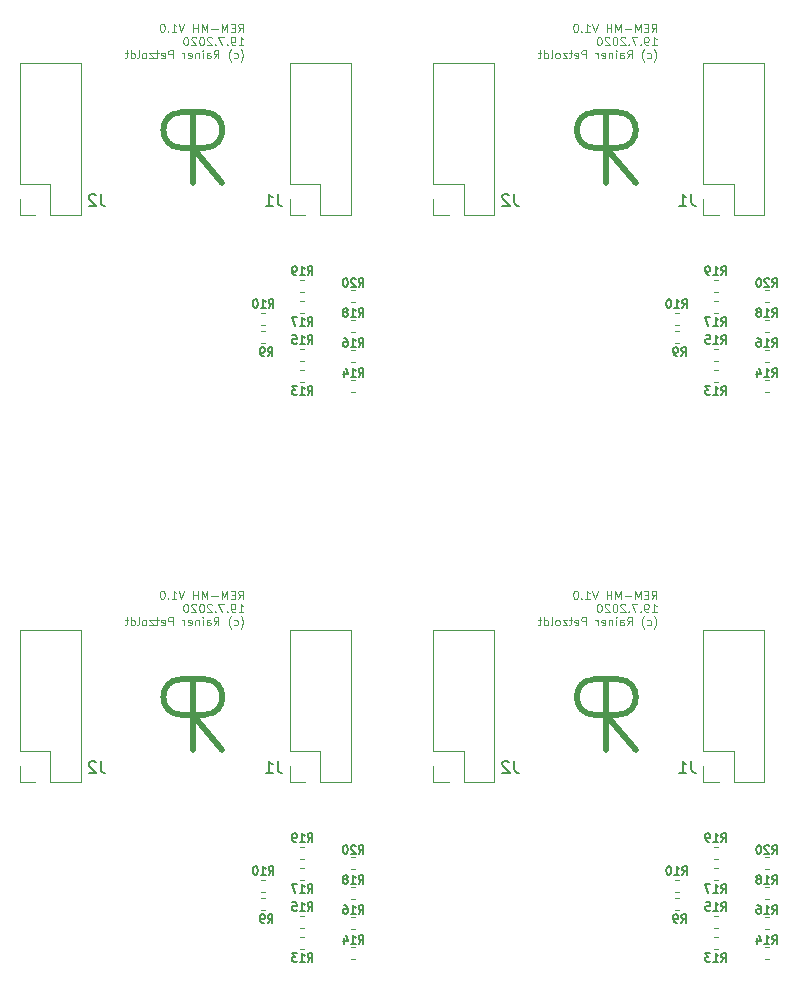
<source format=gbo>
%TF.GenerationSoftware,KiCad,Pcbnew,(5.1.5)-3*%
%TF.CreationDate,2020-07-19T12:12:02+02:00*%
%TF.ProjectId,REM-MH_4,52454d2d-4d48-45f3-942e-6b696361645f,V1.0*%
%TF.SameCoordinates,Original*%
%TF.FileFunction,Legend,Bot*%
%TF.FilePolarity,Positive*%
%FSLAX46Y46*%
G04 Gerber Fmt 4.6, Leading zero omitted, Abs format (unit mm)*
G04 Created by KiCad (PCBNEW (5.1.5)-3) date 2020-07-19 12:12:02*
%MOMM*%
%LPD*%
G04 APERTURE LIST*
%ADD10C,0.070000*%
%ADD11C,0.120000*%
%ADD12C,0.500000*%
%ADD13C,0.150000*%
G04 APERTURE END LIST*
D10*
X80977833Y-111231666D02*
X81211166Y-110898333D01*
X81377833Y-111231666D02*
X81377833Y-110531666D01*
X81111166Y-110531666D01*
X81044500Y-110565000D01*
X81011166Y-110598333D01*
X80977833Y-110665000D01*
X80977833Y-110765000D01*
X81011166Y-110831666D01*
X81044500Y-110865000D01*
X81111166Y-110898333D01*
X81377833Y-110898333D01*
X80677833Y-110865000D02*
X80444500Y-110865000D01*
X80344500Y-111231666D02*
X80677833Y-111231666D01*
X80677833Y-110531666D01*
X80344500Y-110531666D01*
X80044500Y-111231666D02*
X80044500Y-110531666D01*
X79811166Y-111031666D01*
X79577833Y-110531666D01*
X79577833Y-111231666D01*
X79244500Y-110965000D02*
X78711166Y-110965000D01*
X78377833Y-111231666D02*
X78377833Y-110531666D01*
X78144500Y-111031666D01*
X77911166Y-110531666D01*
X77911166Y-111231666D01*
X77577833Y-111231666D02*
X77577833Y-110531666D01*
X77577833Y-110865000D02*
X77177833Y-110865000D01*
X77177833Y-111231666D02*
X77177833Y-110531666D01*
X76411166Y-110531666D02*
X76177833Y-111231666D01*
X75944500Y-110531666D01*
X75344500Y-111231666D02*
X75744500Y-111231666D01*
X75544500Y-111231666D02*
X75544500Y-110531666D01*
X75611166Y-110631666D01*
X75677833Y-110698333D01*
X75744500Y-110731666D01*
X75044500Y-111165000D02*
X75011166Y-111198333D01*
X75044500Y-111231666D01*
X75077833Y-111198333D01*
X75044500Y-111165000D01*
X75044500Y-111231666D01*
X74577833Y-110531666D02*
X74511166Y-110531666D01*
X74444500Y-110565000D01*
X74411166Y-110598333D01*
X74377833Y-110665000D01*
X74344500Y-110798333D01*
X74344500Y-110965000D01*
X74377833Y-111098333D01*
X74411166Y-111165000D01*
X74444500Y-111198333D01*
X74511166Y-111231666D01*
X74577833Y-111231666D01*
X74644500Y-111198333D01*
X74677833Y-111165000D01*
X74711166Y-111098333D01*
X74744500Y-110965000D01*
X74744500Y-110798333D01*
X74711166Y-110665000D01*
X74677833Y-110598333D01*
X74644500Y-110565000D01*
X74577833Y-110531666D01*
X81011166Y-112351666D02*
X81411166Y-112351666D01*
X81211166Y-112351666D02*
X81211166Y-111651666D01*
X81277833Y-111751666D01*
X81344500Y-111818333D01*
X81411166Y-111851666D01*
X80677833Y-112351666D02*
X80544500Y-112351666D01*
X80477833Y-112318333D01*
X80444500Y-112285000D01*
X80377833Y-112185000D01*
X80344500Y-112051666D01*
X80344500Y-111785000D01*
X80377833Y-111718333D01*
X80411166Y-111685000D01*
X80477833Y-111651666D01*
X80611166Y-111651666D01*
X80677833Y-111685000D01*
X80711166Y-111718333D01*
X80744500Y-111785000D01*
X80744500Y-111951666D01*
X80711166Y-112018333D01*
X80677833Y-112051666D01*
X80611166Y-112085000D01*
X80477833Y-112085000D01*
X80411166Y-112051666D01*
X80377833Y-112018333D01*
X80344500Y-111951666D01*
X80044500Y-112285000D02*
X80011166Y-112318333D01*
X80044500Y-112351666D01*
X80077833Y-112318333D01*
X80044500Y-112285000D01*
X80044500Y-112351666D01*
X79777833Y-111651666D02*
X79311166Y-111651666D01*
X79611166Y-112351666D01*
X79044500Y-112285000D02*
X79011166Y-112318333D01*
X79044500Y-112351666D01*
X79077833Y-112318333D01*
X79044500Y-112285000D01*
X79044500Y-112351666D01*
X78744500Y-111718333D02*
X78711166Y-111685000D01*
X78644500Y-111651666D01*
X78477833Y-111651666D01*
X78411166Y-111685000D01*
X78377833Y-111718333D01*
X78344500Y-111785000D01*
X78344500Y-111851666D01*
X78377833Y-111951666D01*
X78777833Y-112351666D01*
X78344500Y-112351666D01*
X77911166Y-111651666D02*
X77844500Y-111651666D01*
X77777833Y-111685000D01*
X77744500Y-111718333D01*
X77711166Y-111785000D01*
X77677833Y-111918333D01*
X77677833Y-112085000D01*
X77711166Y-112218333D01*
X77744500Y-112285000D01*
X77777833Y-112318333D01*
X77844500Y-112351666D01*
X77911166Y-112351666D01*
X77977833Y-112318333D01*
X78011166Y-112285000D01*
X78044500Y-112218333D01*
X78077833Y-112085000D01*
X78077833Y-111918333D01*
X78044500Y-111785000D01*
X78011166Y-111718333D01*
X77977833Y-111685000D01*
X77911166Y-111651666D01*
X77411166Y-111718333D02*
X77377833Y-111685000D01*
X77311166Y-111651666D01*
X77144500Y-111651666D01*
X77077833Y-111685000D01*
X77044500Y-111718333D01*
X77011166Y-111785000D01*
X77011166Y-111851666D01*
X77044500Y-111951666D01*
X77444500Y-112351666D01*
X77011166Y-112351666D01*
X76577833Y-111651666D02*
X76511166Y-111651666D01*
X76444500Y-111685000D01*
X76411166Y-111718333D01*
X76377833Y-111785000D01*
X76344500Y-111918333D01*
X76344500Y-112085000D01*
X76377833Y-112218333D01*
X76411166Y-112285000D01*
X76444500Y-112318333D01*
X76511166Y-112351666D01*
X76577833Y-112351666D01*
X76644500Y-112318333D01*
X76677833Y-112285000D01*
X76711166Y-112218333D01*
X76744500Y-112085000D01*
X76744500Y-111918333D01*
X76711166Y-111785000D01*
X76677833Y-111718333D01*
X76644500Y-111685000D01*
X76577833Y-111651666D01*
X81177833Y-113738333D02*
X81211166Y-113705000D01*
X81277833Y-113605000D01*
X81311166Y-113538333D01*
X81344500Y-113438333D01*
X81377833Y-113271666D01*
X81377833Y-113138333D01*
X81344500Y-112971666D01*
X81311166Y-112871666D01*
X81277833Y-112805000D01*
X81211166Y-112705000D01*
X81177833Y-112671666D01*
X80611166Y-113438333D02*
X80677833Y-113471666D01*
X80811166Y-113471666D01*
X80877833Y-113438333D01*
X80911166Y-113405000D01*
X80944500Y-113338333D01*
X80944500Y-113138333D01*
X80911166Y-113071666D01*
X80877833Y-113038333D01*
X80811166Y-113005000D01*
X80677833Y-113005000D01*
X80611166Y-113038333D01*
X80377833Y-113738333D02*
X80344500Y-113705000D01*
X80277833Y-113605000D01*
X80244500Y-113538333D01*
X80211166Y-113438333D01*
X80177833Y-113271666D01*
X80177833Y-113138333D01*
X80211166Y-112971666D01*
X80244500Y-112871666D01*
X80277833Y-112805000D01*
X80344500Y-112705000D01*
X80377833Y-112671666D01*
X78911166Y-113471666D02*
X79144500Y-113138333D01*
X79311166Y-113471666D02*
X79311166Y-112771666D01*
X79044500Y-112771666D01*
X78977833Y-112805000D01*
X78944500Y-112838333D01*
X78911166Y-112905000D01*
X78911166Y-113005000D01*
X78944500Y-113071666D01*
X78977833Y-113105000D01*
X79044500Y-113138333D01*
X79311166Y-113138333D01*
X78311166Y-113471666D02*
X78311166Y-113105000D01*
X78344500Y-113038333D01*
X78411166Y-113005000D01*
X78544500Y-113005000D01*
X78611166Y-113038333D01*
X78311166Y-113438333D02*
X78377833Y-113471666D01*
X78544500Y-113471666D01*
X78611166Y-113438333D01*
X78644500Y-113371666D01*
X78644500Y-113305000D01*
X78611166Y-113238333D01*
X78544500Y-113205000D01*
X78377833Y-113205000D01*
X78311166Y-113171666D01*
X77977833Y-113471666D02*
X77977833Y-113005000D01*
X77977833Y-112771666D02*
X78011166Y-112805000D01*
X77977833Y-112838333D01*
X77944500Y-112805000D01*
X77977833Y-112771666D01*
X77977833Y-112838333D01*
X77644500Y-113005000D02*
X77644500Y-113471666D01*
X77644500Y-113071666D02*
X77611166Y-113038333D01*
X77544500Y-113005000D01*
X77444500Y-113005000D01*
X77377833Y-113038333D01*
X77344500Y-113105000D01*
X77344500Y-113471666D01*
X76744500Y-113438333D02*
X76811166Y-113471666D01*
X76944500Y-113471666D01*
X77011166Y-113438333D01*
X77044500Y-113371666D01*
X77044500Y-113105000D01*
X77011166Y-113038333D01*
X76944500Y-113005000D01*
X76811166Y-113005000D01*
X76744500Y-113038333D01*
X76711166Y-113105000D01*
X76711166Y-113171666D01*
X77044500Y-113238333D01*
X76411166Y-113471666D02*
X76411166Y-113005000D01*
X76411166Y-113138333D02*
X76377833Y-113071666D01*
X76344500Y-113038333D01*
X76277833Y-113005000D01*
X76211166Y-113005000D01*
X75444500Y-113471666D02*
X75444500Y-112771666D01*
X75177833Y-112771666D01*
X75111166Y-112805000D01*
X75077833Y-112838333D01*
X75044500Y-112905000D01*
X75044500Y-113005000D01*
X75077833Y-113071666D01*
X75111166Y-113105000D01*
X75177833Y-113138333D01*
X75444500Y-113138333D01*
X74477833Y-113438333D02*
X74544500Y-113471666D01*
X74677833Y-113471666D01*
X74744500Y-113438333D01*
X74777833Y-113371666D01*
X74777833Y-113105000D01*
X74744500Y-113038333D01*
X74677833Y-113005000D01*
X74544500Y-113005000D01*
X74477833Y-113038333D01*
X74444500Y-113105000D01*
X74444500Y-113171666D01*
X74777833Y-113238333D01*
X74244500Y-113005000D02*
X73977833Y-113005000D01*
X74144500Y-112771666D02*
X74144500Y-113371666D01*
X74111166Y-113438333D01*
X74044500Y-113471666D01*
X73977833Y-113471666D01*
X73811166Y-113005000D02*
X73444500Y-113005000D01*
X73811166Y-113471666D01*
X73444500Y-113471666D01*
X73077833Y-113471666D02*
X73144500Y-113438333D01*
X73177833Y-113405000D01*
X73211166Y-113338333D01*
X73211166Y-113138333D01*
X73177833Y-113071666D01*
X73144500Y-113038333D01*
X73077833Y-113005000D01*
X72977833Y-113005000D01*
X72911166Y-113038333D01*
X72877833Y-113071666D01*
X72844500Y-113138333D01*
X72844500Y-113338333D01*
X72877833Y-113405000D01*
X72911166Y-113438333D01*
X72977833Y-113471666D01*
X73077833Y-113471666D01*
X72444500Y-113471666D02*
X72511166Y-113438333D01*
X72544500Y-113371666D01*
X72544500Y-112771666D01*
X71877833Y-113471666D02*
X71877833Y-112771666D01*
X71877833Y-113438333D02*
X71944500Y-113471666D01*
X72077833Y-113471666D01*
X72144500Y-113438333D01*
X72177833Y-113405000D01*
X72211166Y-113338333D01*
X72211166Y-113138333D01*
X72177833Y-113071666D01*
X72144500Y-113038333D01*
X72077833Y-113005000D01*
X71944500Y-113005000D01*
X71877833Y-113038333D01*
X71644500Y-113005000D02*
X71377833Y-113005000D01*
X71544500Y-112771666D02*
X71544500Y-113371666D01*
X71511166Y-113438333D01*
X71444500Y-113471666D01*
X71377833Y-113471666D01*
X115977833Y-111231666D02*
X116211166Y-110898333D01*
X116377833Y-111231666D02*
X116377833Y-110531666D01*
X116111166Y-110531666D01*
X116044500Y-110565000D01*
X116011166Y-110598333D01*
X115977833Y-110665000D01*
X115977833Y-110765000D01*
X116011166Y-110831666D01*
X116044500Y-110865000D01*
X116111166Y-110898333D01*
X116377833Y-110898333D01*
X115677833Y-110865000D02*
X115444500Y-110865000D01*
X115344500Y-111231666D02*
X115677833Y-111231666D01*
X115677833Y-110531666D01*
X115344500Y-110531666D01*
X115044500Y-111231666D02*
X115044500Y-110531666D01*
X114811166Y-111031666D01*
X114577833Y-110531666D01*
X114577833Y-111231666D01*
X114244500Y-110965000D02*
X113711166Y-110965000D01*
X113377833Y-111231666D02*
X113377833Y-110531666D01*
X113144500Y-111031666D01*
X112911166Y-110531666D01*
X112911166Y-111231666D01*
X112577833Y-111231666D02*
X112577833Y-110531666D01*
X112577833Y-110865000D02*
X112177833Y-110865000D01*
X112177833Y-111231666D02*
X112177833Y-110531666D01*
X111411166Y-110531666D02*
X111177833Y-111231666D01*
X110944500Y-110531666D01*
X110344500Y-111231666D02*
X110744500Y-111231666D01*
X110544500Y-111231666D02*
X110544500Y-110531666D01*
X110611166Y-110631666D01*
X110677833Y-110698333D01*
X110744500Y-110731666D01*
X110044500Y-111165000D02*
X110011166Y-111198333D01*
X110044500Y-111231666D01*
X110077833Y-111198333D01*
X110044500Y-111165000D01*
X110044500Y-111231666D01*
X109577833Y-110531666D02*
X109511166Y-110531666D01*
X109444500Y-110565000D01*
X109411166Y-110598333D01*
X109377833Y-110665000D01*
X109344500Y-110798333D01*
X109344500Y-110965000D01*
X109377833Y-111098333D01*
X109411166Y-111165000D01*
X109444500Y-111198333D01*
X109511166Y-111231666D01*
X109577833Y-111231666D01*
X109644500Y-111198333D01*
X109677833Y-111165000D01*
X109711166Y-111098333D01*
X109744500Y-110965000D01*
X109744500Y-110798333D01*
X109711166Y-110665000D01*
X109677833Y-110598333D01*
X109644500Y-110565000D01*
X109577833Y-110531666D01*
X116011166Y-112351666D02*
X116411166Y-112351666D01*
X116211166Y-112351666D02*
X116211166Y-111651666D01*
X116277833Y-111751666D01*
X116344500Y-111818333D01*
X116411166Y-111851666D01*
X115677833Y-112351666D02*
X115544500Y-112351666D01*
X115477833Y-112318333D01*
X115444500Y-112285000D01*
X115377833Y-112185000D01*
X115344500Y-112051666D01*
X115344500Y-111785000D01*
X115377833Y-111718333D01*
X115411166Y-111685000D01*
X115477833Y-111651666D01*
X115611166Y-111651666D01*
X115677833Y-111685000D01*
X115711166Y-111718333D01*
X115744500Y-111785000D01*
X115744500Y-111951666D01*
X115711166Y-112018333D01*
X115677833Y-112051666D01*
X115611166Y-112085000D01*
X115477833Y-112085000D01*
X115411166Y-112051666D01*
X115377833Y-112018333D01*
X115344500Y-111951666D01*
X115044500Y-112285000D02*
X115011166Y-112318333D01*
X115044500Y-112351666D01*
X115077833Y-112318333D01*
X115044500Y-112285000D01*
X115044500Y-112351666D01*
X114777833Y-111651666D02*
X114311166Y-111651666D01*
X114611166Y-112351666D01*
X114044500Y-112285000D02*
X114011166Y-112318333D01*
X114044500Y-112351666D01*
X114077833Y-112318333D01*
X114044500Y-112285000D01*
X114044500Y-112351666D01*
X113744500Y-111718333D02*
X113711166Y-111685000D01*
X113644500Y-111651666D01*
X113477833Y-111651666D01*
X113411166Y-111685000D01*
X113377833Y-111718333D01*
X113344500Y-111785000D01*
X113344500Y-111851666D01*
X113377833Y-111951666D01*
X113777833Y-112351666D01*
X113344500Y-112351666D01*
X112911166Y-111651666D02*
X112844500Y-111651666D01*
X112777833Y-111685000D01*
X112744500Y-111718333D01*
X112711166Y-111785000D01*
X112677833Y-111918333D01*
X112677833Y-112085000D01*
X112711166Y-112218333D01*
X112744500Y-112285000D01*
X112777833Y-112318333D01*
X112844500Y-112351666D01*
X112911166Y-112351666D01*
X112977833Y-112318333D01*
X113011166Y-112285000D01*
X113044500Y-112218333D01*
X113077833Y-112085000D01*
X113077833Y-111918333D01*
X113044500Y-111785000D01*
X113011166Y-111718333D01*
X112977833Y-111685000D01*
X112911166Y-111651666D01*
X112411166Y-111718333D02*
X112377833Y-111685000D01*
X112311166Y-111651666D01*
X112144500Y-111651666D01*
X112077833Y-111685000D01*
X112044500Y-111718333D01*
X112011166Y-111785000D01*
X112011166Y-111851666D01*
X112044500Y-111951666D01*
X112444500Y-112351666D01*
X112011166Y-112351666D01*
X111577833Y-111651666D02*
X111511166Y-111651666D01*
X111444500Y-111685000D01*
X111411166Y-111718333D01*
X111377833Y-111785000D01*
X111344500Y-111918333D01*
X111344500Y-112085000D01*
X111377833Y-112218333D01*
X111411166Y-112285000D01*
X111444500Y-112318333D01*
X111511166Y-112351666D01*
X111577833Y-112351666D01*
X111644500Y-112318333D01*
X111677833Y-112285000D01*
X111711166Y-112218333D01*
X111744500Y-112085000D01*
X111744500Y-111918333D01*
X111711166Y-111785000D01*
X111677833Y-111718333D01*
X111644500Y-111685000D01*
X111577833Y-111651666D01*
X116177833Y-113738333D02*
X116211166Y-113705000D01*
X116277833Y-113605000D01*
X116311166Y-113538333D01*
X116344500Y-113438333D01*
X116377833Y-113271666D01*
X116377833Y-113138333D01*
X116344500Y-112971666D01*
X116311166Y-112871666D01*
X116277833Y-112805000D01*
X116211166Y-112705000D01*
X116177833Y-112671666D01*
X115611166Y-113438333D02*
X115677833Y-113471666D01*
X115811166Y-113471666D01*
X115877833Y-113438333D01*
X115911166Y-113405000D01*
X115944500Y-113338333D01*
X115944500Y-113138333D01*
X115911166Y-113071666D01*
X115877833Y-113038333D01*
X115811166Y-113005000D01*
X115677833Y-113005000D01*
X115611166Y-113038333D01*
X115377833Y-113738333D02*
X115344500Y-113705000D01*
X115277833Y-113605000D01*
X115244500Y-113538333D01*
X115211166Y-113438333D01*
X115177833Y-113271666D01*
X115177833Y-113138333D01*
X115211166Y-112971666D01*
X115244500Y-112871666D01*
X115277833Y-112805000D01*
X115344500Y-112705000D01*
X115377833Y-112671666D01*
X113911166Y-113471666D02*
X114144500Y-113138333D01*
X114311166Y-113471666D02*
X114311166Y-112771666D01*
X114044500Y-112771666D01*
X113977833Y-112805000D01*
X113944500Y-112838333D01*
X113911166Y-112905000D01*
X113911166Y-113005000D01*
X113944500Y-113071666D01*
X113977833Y-113105000D01*
X114044500Y-113138333D01*
X114311166Y-113138333D01*
X113311166Y-113471666D02*
X113311166Y-113105000D01*
X113344500Y-113038333D01*
X113411166Y-113005000D01*
X113544500Y-113005000D01*
X113611166Y-113038333D01*
X113311166Y-113438333D02*
X113377833Y-113471666D01*
X113544500Y-113471666D01*
X113611166Y-113438333D01*
X113644500Y-113371666D01*
X113644500Y-113305000D01*
X113611166Y-113238333D01*
X113544500Y-113205000D01*
X113377833Y-113205000D01*
X113311166Y-113171666D01*
X112977833Y-113471666D02*
X112977833Y-113005000D01*
X112977833Y-112771666D02*
X113011166Y-112805000D01*
X112977833Y-112838333D01*
X112944500Y-112805000D01*
X112977833Y-112771666D01*
X112977833Y-112838333D01*
X112644500Y-113005000D02*
X112644500Y-113471666D01*
X112644500Y-113071666D02*
X112611166Y-113038333D01*
X112544500Y-113005000D01*
X112444500Y-113005000D01*
X112377833Y-113038333D01*
X112344500Y-113105000D01*
X112344500Y-113471666D01*
X111744500Y-113438333D02*
X111811166Y-113471666D01*
X111944500Y-113471666D01*
X112011166Y-113438333D01*
X112044500Y-113371666D01*
X112044500Y-113105000D01*
X112011166Y-113038333D01*
X111944500Y-113005000D01*
X111811166Y-113005000D01*
X111744500Y-113038333D01*
X111711166Y-113105000D01*
X111711166Y-113171666D01*
X112044500Y-113238333D01*
X111411166Y-113471666D02*
X111411166Y-113005000D01*
X111411166Y-113138333D02*
X111377833Y-113071666D01*
X111344500Y-113038333D01*
X111277833Y-113005000D01*
X111211166Y-113005000D01*
X110444500Y-113471666D02*
X110444500Y-112771666D01*
X110177833Y-112771666D01*
X110111166Y-112805000D01*
X110077833Y-112838333D01*
X110044500Y-112905000D01*
X110044500Y-113005000D01*
X110077833Y-113071666D01*
X110111166Y-113105000D01*
X110177833Y-113138333D01*
X110444500Y-113138333D01*
X109477833Y-113438333D02*
X109544500Y-113471666D01*
X109677833Y-113471666D01*
X109744500Y-113438333D01*
X109777833Y-113371666D01*
X109777833Y-113105000D01*
X109744500Y-113038333D01*
X109677833Y-113005000D01*
X109544500Y-113005000D01*
X109477833Y-113038333D01*
X109444500Y-113105000D01*
X109444500Y-113171666D01*
X109777833Y-113238333D01*
X109244500Y-113005000D02*
X108977833Y-113005000D01*
X109144500Y-112771666D02*
X109144500Y-113371666D01*
X109111166Y-113438333D01*
X109044500Y-113471666D01*
X108977833Y-113471666D01*
X108811166Y-113005000D02*
X108444500Y-113005000D01*
X108811166Y-113471666D01*
X108444500Y-113471666D01*
X108077833Y-113471666D02*
X108144500Y-113438333D01*
X108177833Y-113405000D01*
X108211166Y-113338333D01*
X108211166Y-113138333D01*
X108177833Y-113071666D01*
X108144500Y-113038333D01*
X108077833Y-113005000D01*
X107977833Y-113005000D01*
X107911166Y-113038333D01*
X107877833Y-113071666D01*
X107844500Y-113138333D01*
X107844500Y-113338333D01*
X107877833Y-113405000D01*
X107911166Y-113438333D01*
X107977833Y-113471666D01*
X108077833Y-113471666D01*
X107444500Y-113471666D02*
X107511166Y-113438333D01*
X107544500Y-113371666D01*
X107544500Y-112771666D01*
X106877833Y-113471666D02*
X106877833Y-112771666D01*
X106877833Y-113438333D02*
X106944500Y-113471666D01*
X107077833Y-113471666D01*
X107144500Y-113438333D01*
X107177833Y-113405000D01*
X107211166Y-113338333D01*
X107211166Y-113138333D01*
X107177833Y-113071666D01*
X107144500Y-113038333D01*
X107077833Y-113005000D01*
X106944500Y-113005000D01*
X106877833Y-113038333D01*
X106644500Y-113005000D02*
X106377833Y-113005000D01*
X106544500Y-112771666D02*
X106544500Y-113371666D01*
X106511166Y-113438333D01*
X106444500Y-113471666D01*
X106377833Y-113471666D01*
X115977833Y-63231666D02*
X116211166Y-62898333D01*
X116377833Y-63231666D02*
X116377833Y-62531666D01*
X116111166Y-62531666D01*
X116044500Y-62565000D01*
X116011166Y-62598333D01*
X115977833Y-62665000D01*
X115977833Y-62765000D01*
X116011166Y-62831666D01*
X116044500Y-62865000D01*
X116111166Y-62898333D01*
X116377833Y-62898333D01*
X115677833Y-62865000D02*
X115444500Y-62865000D01*
X115344500Y-63231666D02*
X115677833Y-63231666D01*
X115677833Y-62531666D01*
X115344500Y-62531666D01*
X115044500Y-63231666D02*
X115044500Y-62531666D01*
X114811166Y-63031666D01*
X114577833Y-62531666D01*
X114577833Y-63231666D01*
X114244500Y-62965000D02*
X113711166Y-62965000D01*
X113377833Y-63231666D02*
X113377833Y-62531666D01*
X113144500Y-63031666D01*
X112911166Y-62531666D01*
X112911166Y-63231666D01*
X112577833Y-63231666D02*
X112577833Y-62531666D01*
X112577833Y-62865000D02*
X112177833Y-62865000D01*
X112177833Y-63231666D02*
X112177833Y-62531666D01*
X111411166Y-62531666D02*
X111177833Y-63231666D01*
X110944500Y-62531666D01*
X110344500Y-63231666D02*
X110744500Y-63231666D01*
X110544500Y-63231666D02*
X110544500Y-62531666D01*
X110611166Y-62631666D01*
X110677833Y-62698333D01*
X110744500Y-62731666D01*
X110044500Y-63165000D02*
X110011166Y-63198333D01*
X110044500Y-63231666D01*
X110077833Y-63198333D01*
X110044500Y-63165000D01*
X110044500Y-63231666D01*
X109577833Y-62531666D02*
X109511166Y-62531666D01*
X109444500Y-62565000D01*
X109411166Y-62598333D01*
X109377833Y-62665000D01*
X109344500Y-62798333D01*
X109344500Y-62965000D01*
X109377833Y-63098333D01*
X109411166Y-63165000D01*
X109444500Y-63198333D01*
X109511166Y-63231666D01*
X109577833Y-63231666D01*
X109644500Y-63198333D01*
X109677833Y-63165000D01*
X109711166Y-63098333D01*
X109744500Y-62965000D01*
X109744500Y-62798333D01*
X109711166Y-62665000D01*
X109677833Y-62598333D01*
X109644500Y-62565000D01*
X109577833Y-62531666D01*
X116011166Y-64351666D02*
X116411166Y-64351666D01*
X116211166Y-64351666D02*
X116211166Y-63651666D01*
X116277833Y-63751666D01*
X116344500Y-63818333D01*
X116411166Y-63851666D01*
X115677833Y-64351666D02*
X115544500Y-64351666D01*
X115477833Y-64318333D01*
X115444500Y-64285000D01*
X115377833Y-64185000D01*
X115344500Y-64051666D01*
X115344500Y-63785000D01*
X115377833Y-63718333D01*
X115411166Y-63685000D01*
X115477833Y-63651666D01*
X115611166Y-63651666D01*
X115677833Y-63685000D01*
X115711166Y-63718333D01*
X115744500Y-63785000D01*
X115744500Y-63951666D01*
X115711166Y-64018333D01*
X115677833Y-64051666D01*
X115611166Y-64085000D01*
X115477833Y-64085000D01*
X115411166Y-64051666D01*
X115377833Y-64018333D01*
X115344500Y-63951666D01*
X115044500Y-64285000D02*
X115011166Y-64318333D01*
X115044500Y-64351666D01*
X115077833Y-64318333D01*
X115044500Y-64285000D01*
X115044500Y-64351666D01*
X114777833Y-63651666D02*
X114311166Y-63651666D01*
X114611166Y-64351666D01*
X114044500Y-64285000D02*
X114011166Y-64318333D01*
X114044500Y-64351666D01*
X114077833Y-64318333D01*
X114044500Y-64285000D01*
X114044500Y-64351666D01*
X113744500Y-63718333D02*
X113711166Y-63685000D01*
X113644500Y-63651666D01*
X113477833Y-63651666D01*
X113411166Y-63685000D01*
X113377833Y-63718333D01*
X113344500Y-63785000D01*
X113344500Y-63851666D01*
X113377833Y-63951666D01*
X113777833Y-64351666D01*
X113344500Y-64351666D01*
X112911166Y-63651666D02*
X112844500Y-63651666D01*
X112777833Y-63685000D01*
X112744500Y-63718333D01*
X112711166Y-63785000D01*
X112677833Y-63918333D01*
X112677833Y-64085000D01*
X112711166Y-64218333D01*
X112744500Y-64285000D01*
X112777833Y-64318333D01*
X112844500Y-64351666D01*
X112911166Y-64351666D01*
X112977833Y-64318333D01*
X113011166Y-64285000D01*
X113044500Y-64218333D01*
X113077833Y-64085000D01*
X113077833Y-63918333D01*
X113044500Y-63785000D01*
X113011166Y-63718333D01*
X112977833Y-63685000D01*
X112911166Y-63651666D01*
X112411166Y-63718333D02*
X112377833Y-63685000D01*
X112311166Y-63651666D01*
X112144500Y-63651666D01*
X112077833Y-63685000D01*
X112044500Y-63718333D01*
X112011166Y-63785000D01*
X112011166Y-63851666D01*
X112044500Y-63951666D01*
X112444500Y-64351666D01*
X112011166Y-64351666D01*
X111577833Y-63651666D02*
X111511166Y-63651666D01*
X111444500Y-63685000D01*
X111411166Y-63718333D01*
X111377833Y-63785000D01*
X111344500Y-63918333D01*
X111344500Y-64085000D01*
X111377833Y-64218333D01*
X111411166Y-64285000D01*
X111444500Y-64318333D01*
X111511166Y-64351666D01*
X111577833Y-64351666D01*
X111644500Y-64318333D01*
X111677833Y-64285000D01*
X111711166Y-64218333D01*
X111744500Y-64085000D01*
X111744500Y-63918333D01*
X111711166Y-63785000D01*
X111677833Y-63718333D01*
X111644500Y-63685000D01*
X111577833Y-63651666D01*
X116177833Y-65738333D02*
X116211166Y-65705000D01*
X116277833Y-65605000D01*
X116311166Y-65538333D01*
X116344500Y-65438333D01*
X116377833Y-65271666D01*
X116377833Y-65138333D01*
X116344500Y-64971666D01*
X116311166Y-64871666D01*
X116277833Y-64805000D01*
X116211166Y-64705000D01*
X116177833Y-64671666D01*
X115611166Y-65438333D02*
X115677833Y-65471666D01*
X115811166Y-65471666D01*
X115877833Y-65438333D01*
X115911166Y-65405000D01*
X115944500Y-65338333D01*
X115944500Y-65138333D01*
X115911166Y-65071666D01*
X115877833Y-65038333D01*
X115811166Y-65005000D01*
X115677833Y-65005000D01*
X115611166Y-65038333D01*
X115377833Y-65738333D02*
X115344500Y-65705000D01*
X115277833Y-65605000D01*
X115244500Y-65538333D01*
X115211166Y-65438333D01*
X115177833Y-65271666D01*
X115177833Y-65138333D01*
X115211166Y-64971666D01*
X115244500Y-64871666D01*
X115277833Y-64805000D01*
X115344500Y-64705000D01*
X115377833Y-64671666D01*
X113911166Y-65471666D02*
X114144500Y-65138333D01*
X114311166Y-65471666D02*
X114311166Y-64771666D01*
X114044500Y-64771666D01*
X113977833Y-64805000D01*
X113944500Y-64838333D01*
X113911166Y-64905000D01*
X113911166Y-65005000D01*
X113944500Y-65071666D01*
X113977833Y-65105000D01*
X114044500Y-65138333D01*
X114311166Y-65138333D01*
X113311166Y-65471666D02*
X113311166Y-65105000D01*
X113344500Y-65038333D01*
X113411166Y-65005000D01*
X113544500Y-65005000D01*
X113611166Y-65038333D01*
X113311166Y-65438333D02*
X113377833Y-65471666D01*
X113544500Y-65471666D01*
X113611166Y-65438333D01*
X113644500Y-65371666D01*
X113644500Y-65305000D01*
X113611166Y-65238333D01*
X113544500Y-65205000D01*
X113377833Y-65205000D01*
X113311166Y-65171666D01*
X112977833Y-65471666D02*
X112977833Y-65005000D01*
X112977833Y-64771666D02*
X113011166Y-64805000D01*
X112977833Y-64838333D01*
X112944500Y-64805000D01*
X112977833Y-64771666D01*
X112977833Y-64838333D01*
X112644500Y-65005000D02*
X112644500Y-65471666D01*
X112644500Y-65071666D02*
X112611166Y-65038333D01*
X112544500Y-65005000D01*
X112444500Y-65005000D01*
X112377833Y-65038333D01*
X112344500Y-65105000D01*
X112344500Y-65471666D01*
X111744500Y-65438333D02*
X111811166Y-65471666D01*
X111944500Y-65471666D01*
X112011166Y-65438333D01*
X112044500Y-65371666D01*
X112044500Y-65105000D01*
X112011166Y-65038333D01*
X111944500Y-65005000D01*
X111811166Y-65005000D01*
X111744500Y-65038333D01*
X111711166Y-65105000D01*
X111711166Y-65171666D01*
X112044500Y-65238333D01*
X111411166Y-65471666D02*
X111411166Y-65005000D01*
X111411166Y-65138333D02*
X111377833Y-65071666D01*
X111344500Y-65038333D01*
X111277833Y-65005000D01*
X111211166Y-65005000D01*
X110444500Y-65471666D02*
X110444500Y-64771666D01*
X110177833Y-64771666D01*
X110111166Y-64805000D01*
X110077833Y-64838333D01*
X110044500Y-64905000D01*
X110044500Y-65005000D01*
X110077833Y-65071666D01*
X110111166Y-65105000D01*
X110177833Y-65138333D01*
X110444500Y-65138333D01*
X109477833Y-65438333D02*
X109544500Y-65471666D01*
X109677833Y-65471666D01*
X109744500Y-65438333D01*
X109777833Y-65371666D01*
X109777833Y-65105000D01*
X109744500Y-65038333D01*
X109677833Y-65005000D01*
X109544500Y-65005000D01*
X109477833Y-65038333D01*
X109444500Y-65105000D01*
X109444500Y-65171666D01*
X109777833Y-65238333D01*
X109244500Y-65005000D02*
X108977833Y-65005000D01*
X109144500Y-64771666D02*
X109144500Y-65371666D01*
X109111166Y-65438333D01*
X109044500Y-65471666D01*
X108977833Y-65471666D01*
X108811166Y-65005000D02*
X108444500Y-65005000D01*
X108811166Y-65471666D01*
X108444500Y-65471666D01*
X108077833Y-65471666D02*
X108144500Y-65438333D01*
X108177833Y-65405000D01*
X108211166Y-65338333D01*
X108211166Y-65138333D01*
X108177833Y-65071666D01*
X108144500Y-65038333D01*
X108077833Y-65005000D01*
X107977833Y-65005000D01*
X107911166Y-65038333D01*
X107877833Y-65071666D01*
X107844500Y-65138333D01*
X107844500Y-65338333D01*
X107877833Y-65405000D01*
X107911166Y-65438333D01*
X107977833Y-65471666D01*
X108077833Y-65471666D01*
X107444500Y-65471666D02*
X107511166Y-65438333D01*
X107544500Y-65371666D01*
X107544500Y-64771666D01*
X106877833Y-65471666D02*
X106877833Y-64771666D01*
X106877833Y-65438333D02*
X106944500Y-65471666D01*
X107077833Y-65471666D01*
X107144500Y-65438333D01*
X107177833Y-65405000D01*
X107211166Y-65338333D01*
X107211166Y-65138333D01*
X107177833Y-65071666D01*
X107144500Y-65038333D01*
X107077833Y-65005000D01*
X106944500Y-65005000D01*
X106877833Y-65038333D01*
X106644500Y-65005000D02*
X106377833Y-65005000D01*
X106544500Y-64771666D02*
X106544500Y-65371666D01*
X106511166Y-65438333D01*
X106444500Y-65471666D01*
X106377833Y-65471666D01*
X80977833Y-63231666D02*
X81211166Y-62898333D01*
X81377833Y-63231666D02*
X81377833Y-62531666D01*
X81111166Y-62531666D01*
X81044500Y-62565000D01*
X81011166Y-62598333D01*
X80977833Y-62665000D01*
X80977833Y-62765000D01*
X81011166Y-62831666D01*
X81044500Y-62865000D01*
X81111166Y-62898333D01*
X81377833Y-62898333D01*
X80677833Y-62865000D02*
X80444500Y-62865000D01*
X80344500Y-63231666D02*
X80677833Y-63231666D01*
X80677833Y-62531666D01*
X80344500Y-62531666D01*
X80044500Y-63231666D02*
X80044500Y-62531666D01*
X79811166Y-63031666D01*
X79577833Y-62531666D01*
X79577833Y-63231666D01*
X79244500Y-62965000D02*
X78711166Y-62965000D01*
X78377833Y-63231666D02*
X78377833Y-62531666D01*
X78144500Y-63031666D01*
X77911166Y-62531666D01*
X77911166Y-63231666D01*
X77577833Y-63231666D02*
X77577833Y-62531666D01*
X77577833Y-62865000D02*
X77177833Y-62865000D01*
X77177833Y-63231666D02*
X77177833Y-62531666D01*
X76411166Y-62531666D02*
X76177833Y-63231666D01*
X75944500Y-62531666D01*
X75344500Y-63231666D02*
X75744500Y-63231666D01*
X75544500Y-63231666D02*
X75544500Y-62531666D01*
X75611166Y-62631666D01*
X75677833Y-62698333D01*
X75744500Y-62731666D01*
X75044500Y-63165000D02*
X75011166Y-63198333D01*
X75044500Y-63231666D01*
X75077833Y-63198333D01*
X75044500Y-63165000D01*
X75044500Y-63231666D01*
X74577833Y-62531666D02*
X74511166Y-62531666D01*
X74444500Y-62565000D01*
X74411166Y-62598333D01*
X74377833Y-62665000D01*
X74344500Y-62798333D01*
X74344500Y-62965000D01*
X74377833Y-63098333D01*
X74411166Y-63165000D01*
X74444500Y-63198333D01*
X74511166Y-63231666D01*
X74577833Y-63231666D01*
X74644500Y-63198333D01*
X74677833Y-63165000D01*
X74711166Y-63098333D01*
X74744500Y-62965000D01*
X74744500Y-62798333D01*
X74711166Y-62665000D01*
X74677833Y-62598333D01*
X74644500Y-62565000D01*
X74577833Y-62531666D01*
X81011166Y-64351666D02*
X81411166Y-64351666D01*
X81211166Y-64351666D02*
X81211166Y-63651666D01*
X81277833Y-63751666D01*
X81344500Y-63818333D01*
X81411166Y-63851666D01*
X80677833Y-64351666D02*
X80544500Y-64351666D01*
X80477833Y-64318333D01*
X80444500Y-64285000D01*
X80377833Y-64185000D01*
X80344500Y-64051666D01*
X80344500Y-63785000D01*
X80377833Y-63718333D01*
X80411166Y-63685000D01*
X80477833Y-63651666D01*
X80611166Y-63651666D01*
X80677833Y-63685000D01*
X80711166Y-63718333D01*
X80744500Y-63785000D01*
X80744500Y-63951666D01*
X80711166Y-64018333D01*
X80677833Y-64051666D01*
X80611166Y-64085000D01*
X80477833Y-64085000D01*
X80411166Y-64051666D01*
X80377833Y-64018333D01*
X80344500Y-63951666D01*
X80044500Y-64285000D02*
X80011166Y-64318333D01*
X80044500Y-64351666D01*
X80077833Y-64318333D01*
X80044500Y-64285000D01*
X80044500Y-64351666D01*
X79777833Y-63651666D02*
X79311166Y-63651666D01*
X79611166Y-64351666D01*
X79044500Y-64285000D02*
X79011166Y-64318333D01*
X79044500Y-64351666D01*
X79077833Y-64318333D01*
X79044500Y-64285000D01*
X79044500Y-64351666D01*
X78744500Y-63718333D02*
X78711166Y-63685000D01*
X78644500Y-63651666D01*
X78477833Y-63651666D01*
X78411166Y-63685000D01*
X78377833Y-63718333D01*
X78344500Y-63785000D01*
X78344500Y-63851666D01*
X78377833Y-63951666D01*
X78777833Y-64351666D01*
X78344500Y-64351666D01*
X77911166Y-63651666D02*
X77844500Y-63651666D01*
X77777833Y-63685000D01*
X77744500Y-63718333D01*
X77711166Y-63785000D01*
X77677833Y-63918333D01*
X77677833Y-64085000D01*
X77711166Y-64218333D01*
X77744500Y-64285000D01*
X77777833Y-64318333D01*
X77844500Y-64351666D01*
X77911166Y-64351666D01*
X77977833Y-64318333D01*
X78011166Y-64285000D01*
X78044500Y-64218333D01*
X78077833Y-64085000D01*
X78077833Y-63918333D01*
X78044500Y-63785000D01*
X78011166Y-63718333D01*
X77977833Y-63685000D01*
X77911166Y-63651666D01*
X77411166Y-63718333D02*
X77377833Y-63685000D01*
X77311166Y-63651666D01*
X77144500Y-63651666D01*
X77077833Y-63685000D01*
X77044500Y-63718333D01*
X77011166Y-63785000D01*
X77011166Y-63851666D01*
X77044500Y-63951666D01*
X77444500Y-64351666D01*
X77011166Y-64351666D01*
X76577833Y-63651666D02*
X76511166Y-63651666D01*
X76444500Y-63685000D01*
X76411166Y-63718333D01*
X76377833Y-63785000D01*
X76344500Y-63918333D01*
X76344500Y-64085000D01*
X76377833Y-64218333D01*
X76411166Y-64285000D01*
X76444500Y-64318333D01*
X76511166Y-64351666D01*
X76577833Y-64351666D01*
X76644500Y-64318333D01*
X76677833Y-64285000D01*
X76711166Y-64218333D01*
X76744500Y-64085000D01*
X76744500Y-63918333D01*
X76711166Y-63785000D01*
X76677833Y-63718333D01*
X76644500Y-63685000D01*
X76577833Y-63651666D01*
X81177833Y-65738333D02*
X81211166Y-65705000D01*
X81277833Y-65605000D01*
X81311166Y-65538333D01*
X81344500Y-65438333D01*
X81377833Y-65271666D01*
X81377833Y-65138333D01*
X81344500Y-64971666D01*
X81311166Y-64871666D01*
X81277833Y-64805000D01*
X81211166Y-64705000D01*
X81177833Y-64671666D01*
X80611166Y-65438333D02*
X80677833Y-65471666D01*
X80811166Y-65471666D01*
X80877833Y-65438333D01*
X80911166Y-65405000D01*
X80944500Y-65338333D01*
X80944500Y-65138333D01*
X80911166Y-65071666D01*
X80877833Y-65038333D01*
X80811166Y-65005000D01*
X80677833Y-65005000D01*
X80611166Y-65038333D01*
X80377833Y-65738333D02*
X80344500Y-65705000D01*
X80277833Y-65605000D01*
X80244500Y-65538333D01*
X80211166Y-65438333D01*
X80177833Y-65271666D01*
X80177833Y-65138333D01*
X80211166Y-64971666D01*
X80244500Y-64871666D01*
X80277833Y-64805000D01*
X80344500Y-64705000D01*
X80377833Y-64671666D01*
X78911166Y-65471666D02*
X79144500Y-65138333D01*
X79311166Y-65471666D02*
X79311166Y-64771666D01*
X79044500Y-64771666D01*
X78977833Y-64805000D01*
X78944500Y-64838333D01*
X78911166Y-64905000D01*
X78911166Y-65005000D01*
X78944500Y-65071666D01*
X78977833Y-65105000D01*
X79044500Y-65138333D01*
X79311166Y-65138333D01*
X78311166Y-65471666D02*
X78311166Y-65105000D01*
X78344500Y-65038333D01*
X78411166Y-65005000D01*
X78544500Y-65005000D01*
X78611166Y-65038333D01*
X78311166Y-65438333D02*
X78377833Y-65471666D01*
X78544500Y-65471666D01*
X78611166Y-65438333D01*
X78644500Y-65371666D01*
X78644500Y-65305000D01*
X78611166Y-65238333D01*
X78544500Y-65205000D01*
X78377833Y-65205000D01*
X78311166Y-65171666D01*
X77977833Y-65471666D02*
X77977833Y-65005000D01*
X77977833Y-64771666D02*
X78011166Y-64805000D01*
X77977833Y-64838333D01*
X77944500Y-64805000D01*
X77977833Y-64771666D01*
X77977833Y-64838333D01*
X77644500Y-65005000D02*
X77644500Y-65471666D01*
X77644500Y-65071666D02*
X77611166Y-65038333D01*
X77544500Y-65005000D01*
X77444500Y-65005000D01*
X77377833Y-65038333D01*
X77344500Y-65105000D01*
X77344500Y-65471666D01*
X76744500Y-65438333D02*
X76811166Y-65471666D01*
X76944500Y-65471666D01*
X77011166Y-65438333D01*
X77044500Y-65371666D01*
X77044500Y-65105000D01*
X77011166Y-65038333D01*
X76944500Y-65005000D01*
X76811166Y-65005000D01*
X76744500Y-65038333D01*
X76711166Y-65105000D01*
X76711166Y-65171666D01*
X77044500Y-65238333D01*
X76411166Y-65471666D02*
X76411166Y-65005000D01*
X76411166Y-65138333D02*
X76377833Y-65071666D01*
X76344500Y-65038333D01*
X76277833Y-65005000D01*
X76211166Y-65005000D01*
X75444500Y-65471666D02*
X75444500Y-64771666D01*
X75177833Y-64771666D01*
X75111166Y-64805000D01*
X75077833Y-64838333D01*
X75044500Y-64905000D01*
X75044500Y-65005000D01*
X75077833Y-65071666D01*
X75111166Y-65105000D01*
X75177833Y-65138333D01*
X75444500Y-65138333D01*
X74477833Y-65438333D02*
X74544500Y-65471666D01*
X74677833Y-65471666D01*
X74744500Y-65438333D01*
X74777833Y-65371666D01*
X74777833Y-65105000D01*
X74744500Y-65038333D01*
X74677833Y-65005000D01*
X74544500Y-65005000D01*
X74477833Y-65038333D01*
X74444500Y-65105000D01*
X74444500Y-65171666D01*
X74777833Y-65238333D01*
X74244500Y-65005000D02*
X73977833Y-65005000D01*
X74144500Y-64771666D02*
X74144500Y-65371666D01*
X74111166Y-65438333D01*
X74044500Y-65471666D01*
X73977833Y-65471666D01*
X73811166Y-65005000D02*
X73444500Y-65005000D01*
X73811166Y-65471666D01*
X73444500Y-65471666D01*
X73077833Y-65471666D02*
X73144500Y-65438333D01*
X73177833Y-65405000D01*
X73211166Y-65338333D01*
X73211166Y-65138333D01*
X73177833Y-65071666D01*
X73144500Y-65038333D01*
X73077833Y-65005000D01*
X72977833Y-65005000D01*
X72911166Y-65038333D01*
X72877833Y-65071666D01*
X72844500Y-65138333D01*
X72844500Y-65338333D01*
X72877833Y-65405000D01*
X72911166Y-65438333D01*
X72977833Y-65471666D01*
X73077833Y-65471666D01*
X72444500Y-65471666D02*
X72511166Y-65438333D01*
X72544500Y-65371666D01*
X72544500Y-64771666D01*
X71877833Y-65471666D02*
X71877833Y-64771666D01*
X71877833Y-65438333D02*
X71944500Y-65471666D01*
X72077833Y-65471666D01*
X72144500Y-65438333D01*
X72177833Y-65405000D01*
X72211166Y-65338333D01*
X72211166Y-65138333D01*
X72177833Y-65071666D01*
X72144500Y-65038333D01*
X72077833Y-65005000D01*
X71944500Y-65005000D01*
X71877833Y-65038333D01*
X71644500Y-65005000D02*
X71377833Y-65005000D01*
X71544500Y-64771666D02*
X71544500Y-65371666D01*
X71511166Y-65438333D01*
X71444500Y-65471666D01*
X71377833Y-65471666D01*
D11*
X121253221Y-134004000D02*
X121578779Y-134004000D01*
X121253221Y-135024000D02*
X121578779Y-135024000D01*
X117951221Y-135020000D02*
X118276779Y-135020000D01*
X117951221Y-136040000D02*
X118276779Y-136040000D01*
D12*
X112145000Y-121035000D02*
X114645000Y-124035000D01*
X113145000Y-121035000D02*
X111145000Y-121035000D01*
X113145000Y-118035000D02*
X111145000Y-118035000D01*
X113145000Y-121035000D02*
G75*
G03X113145000Y-118035000I0J1500000D01*
G01*
X112145000Y-118035000D02*
X112145000Y-124035000D01*
X111145000Y-118035000D02*
G75*
G03X111145000Y-121035000I0J-1500000D01*
G01*
D11*
X125571221Y-133115000D02*
X125896779Y-133115000D01*
X125571221Y-134135000D02*
X125896779Y-134135000D01*
X125571221Y-138195000D02*
X125896779Y-138195000D01*
X125571221Y-139215000D02*
X125896779Y-139215000D01*
X125571221Y-135655000D02*
X125896779Y-135655000D01*
X125571221Y-136675000D02*
X125896779Y-136675000D01*
X121253221Y-132226000D02*
X121578779Y-132226000D01*
X121253221Y-133246000D02*
X121578779Y-133246000D01*
X121253221Y-138068000D02*
X121578779Y-138068000D01*
X121253221Y-139088000D02*
X121578779Y-139088000D01*
X117951221Y-136544000D02*
X118276779Y-136544000D01*
X117951221Y-137564000D02*
X118276779Y-137564000D01*
X125571221Y-140735000D02*
X125896779Y-140735000D01*
X125571221Y-141755000D02*
X125896779Y-141755000D01*
X121253221Y-139846000D02*
X121578779Y-139846000D01*
X121253221Y-140866000D02*
X121578779Y-140866000D01*
X120340000Y-126700000D02*
X121670000Y-126700000D01*
X120340000Y-125370000D02*
X120340000Y-126700000D01*
X122940000Y-126700000D02*
X125540000Y-126700000D01*
X122940000Y-124100000D02*
X122940000Y-126700000D01*
X120340000Y-124100000D02*
X122940000Y-124100000D01*
X125540000Y-126700000D02*
X125540000Y-113880000D01*
X120340000Y-124100000D02*
X120340000Y-113880000D01*
X120340000Y-113880000D02*
X125540000Y-113880000D01*
X97480000Y-126700000D02*
X98810000Y-126700000D01*
X97480000Y-125370000D02*
X97480000Y-126700000D01*
X100080000Y-126700000D02*
X102680000Y-126700000D01*
X100080000Y-124100000D02*
X100080000Y-126700000D01*
X97480000Y-124100000D02*
X100080000Y-124100000D01*
X102680000Y-126700000D02*
X102680000Y-113880000D01*
X97480000Y-124100000D02*
X97480000Y-113880000D01*
X97480000Y-113880000D02*
X102680000Y-113880000D01*
X82951221Y-136040000D02*
X83276779Y-136040000D01*
X82951221Y-135020000D02*
X83276779Y-135020000D01*
X86253221Y-135024000D02*
X86578779Y-135024000D01*
X86253221Y-134004000D02*
X86578779Y-134004000D01*
X90571221Y-139215000D02*
X90896779Y-139215000D01*
X90571221Y-138195000D02*
X90896779Y-138195000D01*
X90571221Y-134135000D02*
X90896779Y-134135000D01*
X90571221Y-133115000D02*
X90896779Y-133115000D01*
X86253221Y-133246000D02*
X86578779Y-133246000D01*
X86253221Y-132226000D02*
X86578779Y-132226000D01*
X86253221Y-139088000D02*
X86578779Y-139088000D01*
X86253221Y-138068000D02*
X86578779Y-138068000D01*
X82951221Y-137564000D02*
X83276779Y-137564000D01*
X82951221Y-136544000D02*
X83276779Y-136544000D01*
X86253221Y-140866000D02*
X86578779Y-140866000D01*
X86253221Y-139846000D02*
X86578779Y-139846000D01*
X90571221Y-141755000D02*
X90896779Y-141755000D01*
X90571221Y-140735000D02*
X90896779Y-140735000D01*
X90571221Y-136675000D02*
X90896779Y-136675000D01*
X90571221Y-135655000D02*
X90896779Y-135655000D01*
D12*
X76145000Y-118035000D02*
G75*
G03X76145000Y-121035000I0J-1500000D01*
G01*
X77145000Y-118035000D02*
X77145000Y-124035000D01*
X78145000Y-121035000D02*
G75*
G03X78145000Y-118035000I0J1500000D01*
G01*
X78145000Y-118035000D02*
X76145000Y-118035000D01*
X78145000Y-121035000D02*
X76145000Y-121035000D01*
X77145000Y-121035000D02*
X79645000Y-124035000D01*
D11*
X62480000Y-113880000D02*
X67680000Y-113880000D01*
X62480000Y-124100000D02*
X62480000Y-113880000D01*
X67680000Y-126700000D02*
X67680000Y-113880000D01*
X62480000Y-124100000D02*
X65080000Y-124100000D01*
X65080000Y-124100000D02*
X65080000Y-126700000D01*
X65080000Y-126700000D02*
X67680000Y-126700000D01*
X62480000Y-125370000D02*
X62480000Y-126700000D01*
X62480000Y-126700000D02*
X63810000Y-126700000D01*
X85340000Y-113880000D02*
X90540000Y-113880000D01*
X85340000Y-124100000D02*
X85340000Y-113880000D01*
X90540000Y-126700000D02*
X90540000Y-113880000D01*
X85340000Y-124100000D02*
X87940000Y-124100000D01*
X87940000Y-124100000D02*
X87940000Y-126700000D01*
X87940000Y-126700000D02*
X90540000Y-126700000D01*
X85340000Y-125370000D02*
X85340000Y-126700000D01*
X85340000Y-126700000D02*
X86670000Y-126700000D01*
X117951221Y-88040000D02*
X118276779Y-88040000D01*
X117951221Y-87020000D02*
X118276779Y-87020000D01*
X121253221Y-87024000D02*
X121578779Y-87024000D01*
X121253221Y-86004000D02*
X121578779Y-86004000D01*
X125571221Y-91215000D02*
X125896779Y-91215000D01*
X125571221Y-90195000D02*
X125896779Y-90195000D01*
X125571221Y-86135000D02*
X125896779Y-86135000D01*
X125571221Y-85115000D02*
X125896779Y-85115000D01*
X121253221Y-85246000D02*
X121578779Y-85246000D01*
X121253221Y-84226000D02*
X121578779Y-84226000D01*
X121253221Y-91088000D02*
X121578779Y-91088000D01*
X121253221Y-90068000D02*
X121578779Y-90068000D01*
X117951221Y-89564000D02*
X118276779Y-89564000D01*
X117951221Y-88544000D02*
X118276779Y-88544000D01*
X121253221Y-92866000D02*
X121578779Y-92866000D01*
X121253221Y-91846000D02*
X121578779Y-91846000D01*
X125571221Y-93755000D02*
X125896779Y-93755000D01*
X125571221Y-92735000D02*
X125896779Y-92735000D01*
X125571221Y-88675000D02*
X125896779Y-88675000D01*
X125571221Y-87655000D02*
X125896779Y-87655000D01*
D12*
X111145000Y-70035000D02*
G75*
G03X111145000Y-73035000I0J-1500000D01*
G01*
X112145000Y-70035000D02*
X112145000Y-76035000D01*
X113145000Y-73035000D02*
G75*
G03X113145000Y-70035000I0J1500000D01*
G01*
X113145000Y-70035000D02*
X111145000Y-70035000D01*
X113145000Y-73035000D02*
X111145000Y-73035000D01*
X112145000Y-73035000D02*
X114645000Y-76035000D01*
D11*
X97480000Y-65880000D02*
X102680000Y-65880000D01*
X97480000Y-76100000D02*
X97480000Y-65880000D01*
X102680000Y-78700000D02*
X102680000Y-65880000D01*
X97480000Y-76100000D02*
X100080000Y-76100000D01*
X100080000Y-76100000D02*
X100080000Y-78700000D01*
X100080000Y-78700000D02*
X102680000Y-78700000D01*
X97480000Y-77370000D02*
X97480000Y-78700000D01*
X97480000Y-78700000D02*
X98810000Y-78700000D01*
X120340000Y-65880000D02*
X125540000Y-65880000D01*
X120340000Y-76100000D02*
X120340000Y-65880000D01*
X125540000Y-78700000D02*
X125540000Y-65880000D01*
X120340000Y-76100000D02*
X122940000Y-76100000D01*
X122940000Y-76100000D02*
X122940000Y-78700000D01*
X122940000Y-78700000D02*
X125540000Y-78700000D01*
X120340000Y-77370000D02*
X120340000Y-78700000D01*
X120340000Y-78700000D02*
X121670000Y-78700000D01*
X90571221Y-85115000D02*
X90896779Y-85115000D01*
X90571221Y-86135000D02*
X90896779Y-86135000D01*
X86253221Y-84226000D02*
X86578779Y-84226000D01*
X86253221Y-85246000D02*
X86578779Y-85246000D01*
X90571221Y-87655000D02*
X90896779Y-87655000D01*
X90571221Y-88675000D02*
X90896779Y-88675000D01*
X86253221Y-86004000D02*
X86578779Y-86004000D01*
X86253221Y-87024000D02*
X86578779Y-87024000D01*
X90571221Y-90195000D02*
X90896779Y-90195000D01*
X90571221Y-91215000D02*
X90896779Y-91215000D01*
X86253221Y-90068000D02*
X86578779Y-90068000D01*
X86253221Y-91088000D02*
X86578779Y-91088000D01*
X90571221Y-92735000D02*
X90896779Y-92735000D01*
X90571221Y-93755000D02*
X90896779Y-93755000D01*
X86253221Y-91846000D02*
X86578779Y-91846000D01*
X86253221Y-92866000D02*
X86578779Y-92866000D01*
X82951221Y-87020000D02*
X83276779Y-87020000D01*
X82951221Y-88040000D02*
X83276779Y-88040000D01*
X82951221Y-88544000D02*
X83276779Y-88544000D01*
X82951221Y-89564000D02*
X83276779Y-89564000D01*
X62480000Y-78700000D02*
X63810000Y-78700000D01*
X62480000Y-77370000D02*
X62480000Y-78700000D01*
X65080000Y-78700000D02*
X67680000Y-78700000D01*
X65080000Y-76100000D02*
X65080000Y-78700000D01*
X62480000Y-76100000D02*
X65080000Y-76100000D01*
X67680000Y-78700000D02*
X67680000Y-65880000D01*
X62480000Y-76100000D02*
X62480000Y-65880000D01*
X62480000Y-65880000D02*
X67680000Y-65880000D01*
X85340000Y-78700000D02*
X86670000Y-78700000D01*
X85340000Y-77370000D02*
X85340000Y-78700000D01*
X87940000Y-78700000D02*
X90540000Y-78700000D01*
X87940000Y-76100000D02*
X87940000Y-78700000D01*
X85340000Y-76100000D02*
X87940000Y-76100000D01*
X90540000Y-78700000D02*
X90540000Y-65880000D01*
X85340000Y-76100000D02*
X85340000Y-65880000D01*
X85340000Y-65880000D02*
X90540000Y-65880000D01*
D12*
X77145000Y-73035000D02*
X79645000Y-76035000D01*
X78145000Y-73035000D02*
X76145000Y-73035000D01*
X78145000Y-70035000D02*
X76145000Y-70035000D01*
X78145000Y-73035000D02*
G75*
G03X78145000Y-70035000I0J1500000D01*
G01*
X77145000Y-70035000D02*
X77145000Y-76035000D01*
X76145000Y-70035000D02*
G75*
G03X76145000Y-73035000I0J-1500000D01*
G01*
D13*
X121866000Y-136100666D02*
X122099333Y-135767333D01*
X122266000Y-136100666D02*
X122266000Y-135400666D01*
X121999333Y-135400666D01*
X121932666Y-135434000D01*
X121899333Y-135467333D01*
X121866000Y-135534000D01*
X121866000Y-135634000D01*
X121899333Y-135700666D01*
X121932666Y-135734000D01*
X121999333Y-135767333D01*
X122266000Y-135767333D01*
X121199333Y-136100666D02*
X121599333Y-136100666D01*
X121399333Y-136100666D02*
X121399333Y-135400666D01*
X121466000Y-135500666D01*
X121532666Y-135567333D01*
X121599333Y-135600666D01*
X120966000Y-135400666D02*
X120499333Y-135400666D01*
X120799333Y-136100666D01*
X118564000Y-134576666D02*
X118797333Y-134243333D01*
X118964000Y-134576666D02*
X118964000Y-133876666D01*
X118697333Y-133876666D01*
X118630666Y-133910000D01*
X118597333Y-133943333D01*
X118564000Y-134010000D01*
X118564000Y-134110000D01*
X118597333Y-134176666D01*
X118630666Y-134210000D01*
X118697333Y-134243333D01*
X118964000Y-134243333D01*
X117897333Y-134576666D02*
X118297333Y-134576666D01*
X118097333Y-134576666D02*
X118097333Y-133876666D01*
X118164000Y-133976666D01*
X118230666Y-134043333D01*
X118297333Y-134076666D01*
X117464000Y-133876666D02*
X117397333Y-133876666D01*
X117330666Y-133910000D01*
X117297333Y-133943333D01*
X117264000Y-134010000D01*
X117230666Y-134143333D01*
X117230666Y-134310000D01*
X117264000Y-134443333D01*
X117297333Y-134510000D01*
X117330666Y-134543333D01*
X117397333Y-134576666D01*
X117464000Y-134576666D01*
X117530666Y-134543333D01*
X117564000Y-134510000D01*
X117597333Y-134443333D01*
X117630666Y-134310000D01*
X117630666Y-134143333D01*
X117597333Y-134010000D01*
X117564000Y-133943333D01*
X117530666Y-133910000D01*
X117464000Y-133876666D01*
X126184000Y-132798666D02*
X126417333Y-132465333D01*
X126584000Y-132798666D02*
X126584000Y-132098666D01*
X126317333Y-132098666D01*
X126250666Y-132132000D01*
X126217333Y-132165333D01*
X126184000Y-132232000D01*
X126184000Y-132332000D01*
X126217333Y-132398666D01*
X126250666Y-132432000D01*
X126317333Y-132465333D01*
X126584000Y-132465333D01*
X125917333Y-132165333D02*
X125884000Y-132132000D01*
X125817333Y-132098666D01*
X125650666Y-132098666D01*
X125584000Y-132132000D01*
X125550666Y-132165333D01*
X125517333Y-132232000D01*
X125517333Y-132298666D01*
X125550666Y-132398666D01*
X125950666Y-132798666D01*
X125517333Y-132798666D01*
X125084000Y-132098666D02*
X125017333Y-132098666D01*
X124950666Y-132132000D01*
X124917333Y-132165333D01*
X124884000Y-132232000D01*
X124850666Y-132365333D01*
X124850666Y-132532000D01*
X124884000Y-132665333D01*
X124917333Y-132732000D01*
X124950666Y-132765333D01*
X125017333Y-132798666D01*
X125084000Y-132798666D01*
X125150666Y-132765333D01*
X125184000Y-132732000D01*
X125217333Y-132665333D01*
X125250666Y-132532000D01*
X125250666Y-132365333D01*
X125217333Y-132232000D01*
X125184000Y-132165333D01*
X125150666Y-132132000D01*
X125084000Y-132098666D01*
X126184000Y-137878666D02*
X126417333Y-137545333D01*
X126584000Y-137878666D02*
X126584000Y-137178666D01*
X126317333Y-137178666D01*
X126250666Y-137212000D01*
X126217333Y-137245333D01*
X126184000Y-137312000D01*
X126184000Y-137412000D01*
X126217333Y-137478666D01*
X126250666Y-137512000D01*
X126317333Y-137545333D01*
X126584000Y-137545333D01*
X125517333Y-137878666D02*
X125917333Y-137878666D01*
X125717333Y-137878666D02*
X125717333Y-137178666D01*
X125784000Y-137278666D01*
X125850666Y-137345333D01*
X125917333Y-137378666D01*
X124917333Y-137178666D02*
X125050666Y-137178666D01*
X125117333Y-137212000D01*
X125150666Y-137245333D01*
X125217333Y-137345333D01*
X125250666Y-137478666D01*
X125250666Y-137745333D01*
X125217333Y-137812000D01*
X125184000Y-137845333D01*
X125117333Y-137878666D01*
X124984000Y-137878666D01*
X124917333Y-137845333D01*
X124884000Y-137812000D01*
X124850666Y-137745333D01*
X124850666Y-137578666D01*
X124884000Y-137512000D01*
X124917333Y-137478666D01*
X124984000Y-137445333D01*
X125117333Y-137445333D01*
X125184000Y-137478666D01*
X125217333Y-137512000D01*
X125250666Y-137578666D01*
X126184000Y-135338666D02*
X126417333Y-135005333D01*
X126584000Y-135338666D02*
X126584000Y-134638666D01*
X126317333Y-134638666D01*
X126250666Y-134672000D01*
X126217333Y-134705333D01*
X126184000Y-134772000D01*
X126184000Y-134872000D01*
X126217333Y-134938666D01*
X126250666Y-134972000D01*
X126317333Y-135005333D01*
X126584000Y-135005333D01*
X125517333Y-135338666D02*
X125917333Y-135338666D01*
X125717333Y-135338666D02*
X125717333Y-134638666D01*
X125784000Y-134738666D01*
X125850666Y-134805333D01*
X125917333Y-134838666D01*
X125117333Y-134938666D02*
X125184000Y-134905333D01*
X125217333Y-134872000D01*
X125250666Y-134805333D01*
X125250666Y-134772000D01*
X125217333Y-134705333D01*
X125184000Y-134672000D01*
X125117333Y-134638666D01*
X124984000Y-134638666D01*
X124917333Y-134672000D01*
X124884000Y-134705333D01*
X124850666Y-134772000D01*
X124850666Y-134805333D01*
X124884000Y-134872000D01*
X124917333Y-134905333D01*
X124984000Y-134938666D01*
X125117333Y-134938666D01*
X125184000Y-134972000D01*
X125217333Y-135005333D01*
X125250666Y-135072000D01*
X125250666Y-135205333D01*
X125217333Y-135272000D01*
X125184000Y-135305333D01*
X125117333Y-135338666D01*
X124984000Y-135338666D01*
X124917333Y-135305333D01*
X124884000Y-135272000D01*
X124850666Y-135205333D01*
X124850666Y-135072000D01*
X124884000Y-135005333D01*
X124917333Y-134972000D01*
X124984000Y-134938666D01*
X121866000Y-131782666D02*
X122099333Y-131449333D01*
X122266000Y-131782666D02*
X122266000Y-131082666D01*
X121999333Y-131082666D01*
X121932666Y-131116000D01*
X121899333Y-131149333D01*
X121866000Y-131216000D01*
X121866000Y-131316000D01*
X121899333Y-131382666D01*
X121932666Y-131416000D01*
X121999333Y-131449333D01*
X122266000Y-131449333D01*
X121199333Y-131782666D02*
X121599333Y-131782666D01*
X121399333Y-131782666D02*
X121399333Y-131082666D01*
X121466000Y-131182666D01*
X121532666Y-131249333D01*
X121599333Y-131282666D01*
X120866000Y-131782666D02*
X120732666Y-131782666D01*
X120666000Y-131749333D01*
X120632666Y-131716000D01*
X120566000Y-131616000D01*
X120532666Y-131482666D01*
X120532666Y-131216000D01*
X120566000Y-131149333D01*
X120599333Y-131116000D01*
X120666000Y-131082666D01*
X120799333Y-131082666D01*
X120866000Y-131116000D01*
X120899333Y-131149333D01*
X120932666Y-131216000D01*
X120932666Y-131382666D01*
X120899333Y-131449333D01*
X120866000Y-131482666D01*
X120799333Y-131516000D01*
X120666000Y-131516000D01*
X120599333Y-131482666D01*
X120566000Y-131449333D01*
X120532666Y-131382666D01*
X121866000Y-137624666D02*
X122099333Y-137291333D01*
X122266000Y-137624666D02*
X122266000Y-136924666D01*
X121999333Y-136924666D01*
X121932666Y-136958000D01*
X121899333Y-136991333D01*
X121866000Y-137058000D01*
X121866000Y-137158000D01*
X121899333Y-137224666D01*
X121932666Y-137258000D01*
X121999333Y-137291333D01*
X122266000Y-137291333D01*
X121199333Y-137624666D02*
X121599333Y-137624666D01*
X121399333Y-137624666D02*
X121399333Y-136924666D01*
X121466000Y-137024666D01*
X121532666Y-137091333D01*
X121599333Y-137124666D01*
X120566000Y-136924666D02*
X120899333Y-136924666D01*
X120932666Y-137258000D01*
X120899333Y-137224666D01*
X120832666Y-137191333D01*
X120666000Y-137191333D01*
X120599333Y-137224666D01*
X120566000Y-137258000D01*
X120532666Y-137324666D01*
X120532666Y-137491333D01*
X120566000Y-137558000D01*
X120599333Y-137591333D01*
X120666000Y-137624666D01*
X120832666Y-137624666D01*
X120899333Y-137591333D01*
X120932666Y-137558000D01*
X118484666Y-138640666D02*
X118718000Y-138307333D01*
X118884666Y-138640666D02*
X118884666Y-137940666D01*
X118618000Y-137940666D01*
X118551333Y-137974000D01*
X118518000Y-138007333D01*
X118484666Y-138074000D01*
X118484666Y-138174000D01*
X118518000Y-138240666D01*
X118551333Y-138274000D01*
X118618000Y-138307333D01*
X118884666Y-138307333D01*
X118151333Y-138640666D02*
X118018000Y-138640666D01*
X117951333Y-138607333D01*
X117918000Y-138574000D01*
X117851333Y-138474000D01*
X117818000Y-138340666D01*
X117818000Y-138074000D01*
X117851333Y-138007333D01*
X117884666Y-137974000D01*
X117951333Y-137940666D01*
X118084666Y-137940666D01*
X118151333Y-137974000D01*
X118184666Y-138007333D01*
X118218000Y-138074000D01*
X118218000Y-138240666D01*
X118184666Y-138307333D01*
X118151333Y-138340666D01*
X118084666Y-138374000D01*
X117951333Y-138374000D01*
X117884666Y-138340666D01*
X117851333Y-138307333D01*
X117818000Y-138240666D01*
X126184000Y-140418666D02*
X126417333Y-140085333D01*
X126584000Y-140418666D02*
X126584000Y-139718666D01*
X126317333Y-139718666D01*
X126250666Y-139752000D01*
X126217333Y-139785333D01*
X126184000Y-139852000D01*
X126184000Y-139952000D01*
X126217333Y-140018666D01*
X126250666Y-140052000D01*
X126317333Y-140085333D01*
X126584000Y-140085333D01*
X125517333Y-140418666D02*
X125917333Y-140418666D01*
X125717333Y-140418666D02*
X125717333Y-139718666D01*
X125784000Y-139818666D01*
X125850666Y-139885333D01*
X125917333Y-139918666D01*
X124917333Y-139952000D02*
X124917333Y-140418666D01*
X125084000Y-139685333D02*
X125250666Y-140185333D01*
X124817333Y-140185333D01*
X121866000Y-141942666D02*
X122099333Y-141609333D01*
X122266000Y-141942666D02*
X122266000Y-141242666D01*
X121999333Y-141242666D01*
X121932666Y-141276000D01*
X121899333Y-141309333D01*
X121866000Y-141376000D01*
X121866000Y-141476000D01*
X121899333Y-141542666D01*
X121932666Y-141576000D01*
X121999333Y-141609333D01*
X122266000Y-141609333D01*
X121199333Y-141942666D02*
X121599333Y-141942666D01*
X121399333Y-141942666D02*
X121399333Y-141242666D01*
X121466000Y-141342666D01*
X121532666Y-141409333D01*
X121599333Y-141442666D01*
X120966000Y-141242666D02*
X120532666Y-141242666D01*
X120766000Y-141509333D01*
X120666000Y-141509333D01*
X120599333Y-141542666D01*
X120566000Y-141576000D01*
X120532666Y-141642666D01*
X120532666Y-141809333D01*
X120566000Y-141876000D01*
X120599333Y-141909333D01*
X120666000Y-141942666D01*
X120866000Y-141942666D01*
X120932666Y-141909333D01*
X120966000Y-141876000D01*
X119333333Y-124952380D02*
X119333333Y-125666666D01*
X119380952Y-125809523D01*
X119476190Y-125904761D01*
X119619047Y-125952380D01*
X119714285Y-125952380D01*
X118333333Y-125952380D02*
X118904761Y-125952380D01*
X118619047Y-125952380D02*
X118619047Y-124952380D01*
X118714285Y-125095238D01*
X118809523Y-125190476D01*
X118904761Y-125238095D01*
X104333333Y-124952380D02*
X104333333Y-125666666D01*
X104380952Y-125809523D01*
X104476190Y-125904761D01*
X104619047Y-125952380D01*
X104714285Y-125952380D01*
X103904761Y-125047619D02*
X103857142Y-125000000D01*
X103761904Y-124952380D01*
X103523809Y-124952380D01*
X103428571Y-125000000D01*
X103380952Y-125047619D01*
X103333333Y-125142857D01*
X103333333Y-125238095D01*
X103380952Y-125380952D01*
X103952380Y-125952380D01*
X103333333Y-125952380D01*
X83564000Y-134576666D02*
X83797333Y-134243333D01*
X83964000Y-134576666D02*
X83964000Y-133876666D01*
X83697333Y-133876666D01*
X83630666Y-133910000D01*
X83597333Y-133943333D01*
X83564000Y-134010000D01*
X83564000Y-134110000D01*
X83597333Y-134176666D01*
X83630666Y-134210000D01*
X83697333Y-134243333D01*
X83964000Y-134243333D01*
X82897333Y-134576666D02*
X83297333Y-134576666D01*
X83097333Y-134576666D02*
X83097333Y-133876666D01*
X83164000Y-133976666D01*
X83230666Y-134043333D01*
X83297333Y-134076666D01*
X82464000Y-133876666D02*
X82397333Y-133876666D01*
X82330666Y-133910000D01*
X82297333Y-133943333D01*
X82264000Y-134010000D01*
X82230666Y-134143333D01*
X82230666Y-134310000D01*
X82264000Y-134443333D01*
X82297333Y-134510000D01*
X82330666Y-134543333D01*
X82397333Y-134576666D01*
X82464000Y-134576666D01*
X82530666Y-134543333D01*
X82564000Y-134510000D01*
X82597333Y-134443333D01*
X82630666Y-134310000D01*
X82630666Y-134143333D01*
X82597333Y-134010000D01*
X82564000Y-133943333D01*
X82530666Y-133910000D01*
X82464000Y-133876666D01*
X86866000Y-136100666D02*
X87099333Y-135767333D01*
X87266000Y-136100666D02*
X87266000Y-135400666D01*
X86999333Y-135400666D01*
X86932666Y-135434000D01*
X86899333Y-135467333D01*
X86866000Y-135534000D01*
X86866000Y-135634000D01*
X86899333Y-135700666D01*
X86932666Y-135734000D01*
X86999333Y-135767333D01*
X87266000Y-135767333D01*
X86199333Y-136100666D02*
X86599333Y-136100666D01*
X86399333Y-136100666D02*
X86399333Y-135400666D01*
X86466000Y-135500666D01*
X86532666Y-135567333D01*
X86599333Y-135600666D01*
X85966000Y-135400666D02*
X85499333Y-135400666D01*
X85799333Y-136100666D01*
X91184000Y-137878666D02*
X91417333Y-137545333D01*
X91584000Y-137878666D02*
X91584000Y-137178666D01*
X91317333Y-137178666D01*
X91250666Y-137212000D01*
X91217333Y-137245333D01*
X91184000Y-137312000D01*
X91184000Y-137412000D01*
X91217333Y-137478666D01*
X91250666Y-137512000D01*
X91317333Y-137545333D01*
X91584000Y-137545333D01*
X90517333Y-137878666D02*
X90917333Y-137878666D01*
X90717333Y-137878666D02*
X90717333Y-137178666D01*
X90784000Y-137278666D01*
X90850666Y-137345333D01*
X90917333Y-137378666D01*
X89917333Y-137178666D02*
X90050666Y-137178666D01*
X90117333Y-137212000D01*
X90150666Y-137245333D01*
X90217333Y-137345333D01*
X90250666Y-137478666D01*
X90250666Y-137745333D01*
X90217333Y-137812000D01*
X90184000Y-137845333D01*
X90117333Y-137878666D01*
X89984000Y-137878666D01*
X89917333Y-137845333D01*
X89884000Y-137812000D01*
X89850666Y-137745333D01*
X89850666Y-137578666D01*
X89884000Y-137512000D01*
X89917333Y-137478666D01*
X89984000Y-137445333D01*
X90117333Y-137445333D01*
X90184000Y-137478666D01*
X90217333Y-137512000D01*
X90250666Y-137578666D01*
X91184000Y-132798666D02*
X91417333Y-132465333D01*
X91584000Y-132798666D02*
X91584000Y-132098666D01*
X91317333Y-132098666D01*
X91250666Y-132132000D01*
X91217333Y-132165333D01*
X91184000Y-132232000D01*
X91184000Y-132332000D01*
X91217333Y-132398666D01*
X91250666Y-132432000D01*
X91317333Y-132465333D01*
X91584000Y-132465333D01*
X90917333Y-132165333D02*
X90884000Y-132132000D01*
X90817333Y-132098666D01*
X90650666Y-132098666D01*
X90584000Y-132132000D01*
X90550666Y-132165333D01*
X90517333Y-132232000D01*
X90517333Y-132298666D01*
X90550666Y-132398666D01*
X90950666Y-132798666D01*
X90517333Y-132798666D01*
X90084000Y-132098666D02*
X90017333Y-132098666D01*
X89950666Y-132132000D01*
X89917333Y-132165333D01*
X89884000Y-132232000D01*
X89850666Y-132365333D01*
X89850666Y-132532000D01*
X89884000Y-132665333D01*
X89917333Y-132732000D01*
X89950666Y-132765333D01*
X90017333Y-132798666D01*
X90084000Y-132798666D01*
X90150666Y-132765333D01*
X90184000Y-132732000D01*
X90217333Y-132665333D01*
X90250666Y-132532000D01*
X90250666Y-132365333D01*
X90217333Y-132232000D01*
X90184000Y-132165333D01*
X90150666Y-132132000D01*
X90084000Y-132098666D01*
X86866000Y-131782666D02*
X87099333Y-131449333D01*
X87266000Y-131782666D02*
X87266000Y-131082666D01*
X86999333Y-131082666D01*
X86932666Y-131116000D01*
X86899333Y-131149333D01*
X86866000Y-131216000D01*
X86866000Y-131316000D01*
X86899333Y-131382666D01*
X86932666Y-131416000D01*
X86999333Y-131449333D01*
X87266000Y-131449333D01*
X86199333Y-131782666D02*
X86599333Y-131782666D01*
X86399333Y-131782666D02*
X86399333Y-131082666D01*
X86466000Y-131182666D01*
X86532666Y-131249333D01*
X86599333Y-131282666D01*
X85866000Y-131782666D02*
X85732666Y-131782666D01*
X85666000Y-131749333D01*
X85632666Y-131716000D01*
X85566000Y-131616000D01*
X85532666Y-131482666D01*
X85532666Y-131216000D01*
X85566000Y-131149333D01*
X85599333Y-131116000D01*
X85666000Y-131082666D01*
X85799333Y-131082666D01*
X85866000Y-131116000D01*
X85899333Y-131149333D01*
X85932666Y-131216000D01*
X85932666Y-131382666D01*
X85899333Y-131449333D01*
X85866000Y-131482666D01*
X85799333Y-131516000D01*
X85666000Y-131516000D01*
X85599333Y-131482666D01*
X85566000Y-131449333D01*
X85532666Y-131382666D01*
X86866000Y-137624666D02*
X87099333Y-137291333D01*
X87266000Y-137624666D02*
X87266000Y-136924666D01*
X86999333Y-136924666D01*
X86932666Y-136958000D01*
X86899333Y-136991333D01*
X86866000Y-137058000D01*
X86866000Y-137158000D01*
X86899333Y-137224666D01*
X86932666Y-137258000D01*
X86999333Y-137291333D01*
X87266000Y-137291333D01*
X86199333Y-137624666D02*
X86599333Y-137624666D01*
X86399333Y-137624666D02*
X86399333Y-136924666D01*
X86466000Y-137024666D01*
X86532666Y-137091333D01*
X86599333Y-137124666D01*
X85566000Y-136924666D02*
X85899333Y-136924666D01*
X85932666Y-137258000D01*
X85899333Y-137224666D01*
X85832666Y-137191333D01*
X85666000Y-137191333D01*
X85599333Y-137224666D01*
X85566000Y-137258000D01*
X85532666Y-137324666D01*
X85532666Y-137491333D01*
X85566000Y-137558000D01*
X85599333Y-137591333D01*
X85666000Y-137624666D01*
X85832666Y-137624666D01*
X85899333Y-137591333D01*
X85932666Y-137558000D01*
X83484666Y-138640666D02*
X83718000Y-138307333D01*
X83884666Y-138640666D02*
X83884666Y-137940666D01*
X83618000Y-137940666D01*
X83551333Y-137974000D01*
X83518000Y-138007333D01*
X83484666Y-138074000D01*
X83484666Y-138174000D01*
X83518000Y-138240666D01*
X83551333Y-138274000D01*
X83618000Y-138307333D01*
X83884666Y-138307333D01*
X83151333Y-138640666D02*
X83018000Y-138640666D01*
X82951333Y-138607333D01*
X82918000Y-138574000D01*
X82851333Y-138474000D01*
X82818000Y-138340666D01*
X82818000Y-138074000D01*
X82851333Y-138007333D01*
X82884666Y-137974000D01*
X82951333Y-137940666D01*
X83084666Y-137940666D01*
X83151333Y-137974000D01*
X83184666Y-138007333D01*
X83218000Y-138074000D01*
X83218000Y-138240666D01*
X83184666Y-138307333D01*
X83151333Y-138340666D01*
X83084666Y-138374000D01*
X82951333Y-138374000D01*
X82884666Y-138340666D01*
X82851333Y-138307333D01*
X82818000Y-138240666D01*
X86866000Y-141942666D02*
X87099333Y-141609333D01*
X87266000Y-141942666D02*
X87266000Y-141242666D01*
X86999333Y-141242666D01*
X86932666Y-141276000D01*
X86899333Y-141309333D01*
X86866000Y-141376000D01*
X86866000Y-141476000D01*
X86899333Y-141542666D01*
X86932666Y-141576000D01*
X86999333Y-141609333D01*
X87266000Y-141609333D01*
X86199333Y-141942666D02*
X86599333Y-141942666D01*
X86399333Y-141942666D02*
X86399333Y-141242666D01*
X86466000Y-141342666D01*
X86532666Y-141409333D01*
X86599333Y-141442666D01*
X85966000Y-141242666D02*
X85532666Y-141242666D01*
X85766000Y-141509333D01*
X85666000Y-141509333D01*
X85599333Y-141542666D01*
X85566000Y-141576000D01*
X85532666Y-141642666D01*
X85532666Y-141809333D01*
X85566000Y-141876000D01*
X85599333Y-141909333D01*
X85666000Y-141942666D01*
X85866000Y-141942666D01*
X85932666Y-141909333D01*
X85966000Y-141876000D01*
X91184000Y-140418666D02*
X91417333Y-140085333D01*
X91584000Y-140418666D02*
X91584000Y-139718666D01*
X91317333Y-139718666D01*
X91250666Y-139752000D01*
X91217333Y-139785333D01*
X91184000Y-139852000D01*
X91184000Y-139952000D01*
X91217333Y-140018666D01*
X91250666Y-140052000D01*
X91317333Y-140085333D01*
X91584000Y-140085333D01*
X90517333Y-140418666D02*
X90917333Y-140418666D01*
X90717333Y-140418666D02*
X90717333Y-139718666D01*
X90784000Y-139818666D01*
X90850666Y-139885333D01*
X90917333Y-139918666D01*
X89917333Y-139952000D02*
X89917333Y-140418666D01*
X90084000Y-139685333D02*
X90250666Y-140185333D01*
X89817333Y-140185333D01*
X91184000Y-135338666D02*
X91417333Y-135005333D01*
X91584000Y-135338666D02*
X91584000Y-134638666D01*
X91317333Y-134638666D01*
X91250666Y-134672000D01*
X91217333Y-134705333D01*
X91184000Y-134772000D01*
X91184000Y-134872000D01*
X91217333Y-134938666D01*
X91250666Y-134972000D01*
X91317333Y-135005333D01*
X91584000Y-135005333D01*
X90517333Y-135338666D02*
X90917333Y-135338666D01*
X90717333Y-135338666D02*
X90717333Y-134638666D01*
X90784000Y-134738666D01*
X90850666Y-134805333D01*
X90917333Y-134838666D01*
X90117333Y-134938666D02*
X90184000Y-134905333D01*
X90217333Y-134872000D01*
X90250666Y-134805333D01*
X90250666Y-134772000D01*
X90217333Y-134705333D01*
X90184000Y-134672000D01*
X90117333Y-134638666D01*
X89984000Y-134638666D01*
X89917333Y-134672000D01*
X89884000Y-134705333D01*
X89850666Y-134772000D01*
X89850666Y-134805333D01*
X89884000Y-134872000D01*
X89917333Y-134905333D01*
X89984000Y-134938666D01*
X90117333Y-134938666D01*
X90184000Y-134972000D01*
X90217333Y-135005333D01*
X90250666Y-135072000D01*
X90250666Y-135205333D01*
X90217333Y-135272000D01*
X90184000Y-135305333D01*
X90117333Y-135338666D01*
X89984000Y-135338666D01*
X89917333Y-135305333D01*
X89884000Y-135272000D01*
X89850666Y-135205333D01*
X89850666Y-135072000D01*
X89884000Y-135005333D01*
X89917333Y-134972000D01*
X89984000Y-134938666D01*
X69333333Y-124952380D02*
X69333333Y-125666666D01*
X69380952Y-125809523D01*
X69476190Y-125904761D01*
X69619047Y-125952380D01*
X69714285Y-125952380D01*
X68904761Y-125047619D02*
X68857142Y-125000000D01*
X68761904Y-124952380D01*
X68523809Y-124952380D01*
X68428571Y-125000000D01*
X68380952Y-125047619D01*
X68333333Y-125142857D01*
X68333333Y-125238095D01*
X68380952Y-125380952D01*
X68952380Y-125952380D01*
X68333333Y-125952380D01*
X84333333Y-124952380D02*
X84333333Y-125666666D01*
X84380952Y-125809523D01*
X84476190Y-125904761D01*
X84619047Y-125952380D01*
X84714285Y-125952380D01*
X83333333Y-125952380D02*
X83904761Y-125952380D01*
X83619047Y-125952380D02*
X83619047Y-124952380D01*
X83714285Y-125095238D01*
X83809523Y-125190476D01*
X83904761Y-125238095D01*
X118564000Y-86576666D02*
X118797333Y-86243333D01*
X118964000Y-86576666D02*
X118964000Y-85876666D01*
X118697333Y-85876666D01*
X118630666Y-85910000D01*
X118597333Y-85943333D01*
X118564000Y-86010000D01*
X118564000Y-86110000D01*
X118597333Y-86176666D01*
X118630666Y-86210000D01*
X118697333Y-86243333D01*
X118964000Y-86243333D01*
X117897333Y-86576666D02*
X118297333Y-86576666D01*
X118097333Y-86576666D02*
X118097333Y-85876666D01*
X118164000Y-85976666D01*
X118230666Y-86043333D01*
X118297333Y-86076666D01*
X117464000Y-85876666D02*
X117397333Y-85876666D01*
X117330666Y-85910000D01*
X117297333Y-85943333D01*
X117264000Y-86010000D01*
X117230666Y-86143333D01*
X117230666Y-86310000D01*
X117264000Y-86443333D01*
X117297333Y-86510000D01*
X117330666Y-86543333D01*
X117397333Y-86576666D01*
X117464000Y-86576666D01*
X117530666Y-86543333D01*
X117564000Y-86510000D01*
X117597333Y-86443333D01*
X117630666Y-86310000D01*
X117630666Y-86143333D01*
X117597333Y-86010000D01*
X117564000Y-85943333D01*
X117530666Y-85910000D01*
X117464000Y-85876666D01*
X121866000Y-88100666D02*
X122099333Y-87767333D01*
X122266000Y-88100666D02*
X122266000Y-87400666D01*
X121999333Y-87400666D01*
X121932666Y-87434000D01*
X121899333Y-87467333D01*
X121866000Y-87534000D01*
X121866000Y-87634000D01*
X121899333Y-87700666D01*
X121932666Y-87734000D01*
X121999333Y-87767333D01*
X122266000Y-87767333D01*
X121199333Y-88100666D02*
X121599333Y-88100666D01*
X121399333Y-88100666D02*
X121399333Y-87400666D01*
X121466000Y-87500666D01*
X121532666Y-87567333D01*
X121599333Y-87600666D01*
X120966000Y-87400666D02*
X120499333Y-87400666D01*
X120799333Y-88100666D01*
X126184000Y-89878666D02*
X126417333Y-89545333D01*
X126584000Y-89878666D02*
X126584000Y-89178666D01*
X126317333Y-89178666D01*
X126250666Y-89212000D01*
X126217333Y-89245333D01*
X126184000Y-89312000D01*
X126184000Y-89412000D01*
X126217333Y-89478666D01*
X126250666Y-89512000D01*
X126317333Y-89545333D01*
X126584000Y-89545333D01*
X125517333Y-89878666D02*
X125917333Y-89878666D01*
X125717333Y-89878666D02*
X125717333Y-89178666D01*
X125784000Y-89278666D01*
X125850666Y-89345333D01*
X125917333Y-89378666D01*
X124917333Y-89178666D02*
X125050666Y-89178666D01*
X125117333Y-89212000D01*
X125150666Y-89245333D01*
X125217333Y-89345333D01*
X125250666Y-89478666D01*
X125250666Y-89745333D01*
X125217333Y-89812000D01*
X125184000Y-89845333D01*
X125117333Y-89878666D01*
X124984000Y-89878666D01*
X124917333Y-89845333D01*
X124884000Y-89812000D01*
X124850666Y-89745333D01*
X124850666Y-89578666D01*
X124884000Y-89512000D01*
X124917333Y-89478666D01*
X124984000Y-89445333D01*
X125117333Y-89445333D01*
X125184000Y-89478666D01*
X125217333Y-89512000D01*
X125250666Y-89578666D01*
X126184000Y-84798666D02*
X126417333Y-84465333D01*
X126584000Y-84798666D02*
X126584000Y-84098666D01*
X126317333Y-84098666D01*
X126250666Y-84132000D01*
X126217333Y-84165333D01*
X126184000Y-84232000D01*
X126184000Y-84332000D01*
X126217333Y-84398666D01*
X126250666Y-84432000D01*
X126317333Y-84465333D01*
X126584000Y-84465333D01*
X125917333Y-84165333D02*
X125884000Y-84132000D01*
X125817333Y-84098666D01*
X125650666Y-84098666D01*
X125584000Y-84132000D01*
X125550666Y-84165333D01*
X125517333Y-84232000D01*
X125517333Y-84298666D01*
X125550666Y-84398666D01*
X125950666Y-84798666D01*
X125517333Y-84798666D01*
X125084000Y-84098666D02*
X125017333Y-84098666D01*
X124950666Y-84132000D01*
X124917333Y-84165333D01*
X124884000Y-84232000D01*
X124850666Y-84365333D01*
X124850666Y-84532000D01*
X124884000Y-84665333D01*
X124917333Y-84732000D01*
X124950666Y-84765333D01*
X125017333Y-84798666D01*
X125084000Y-84798666D01*
X125150666Y-84765333D01*
X125184000Y-84732000D01*
X125217333Y-84665333D01*
X125250666Y-84532000D01*
X125250666Y-84365333D01*
X125217333Y-84232000D01*
X125184000Y-84165333D01*
X125150666Y-84132000D01*
X125084000Y-84098666D01*
X121866000Y-83782666D02*
X122099333Y-83449333D01*
X122266000Y-83782666D02*
X122266000Y-83082666D01*
X121999333Y-83082666D01*
X121932666Y-83116000D01*
X121899333Y-83149333D01*
X121866000Y-83216000D01*
X121866000Y-83316000D01*
X121899333Y-83382666D01*
X121932666Y-83416000D01*
X121999333Y-83449333D01*
X122266000Y-83449333D01*
X121199333Y-83782666D02*
X121599333Y-83782666D01*
X121399333Y-83782666D02*
X121399333Y-83082666D01*
X121466000Y-83182666D01*
X121532666Y-83249333D01*
X121599333Y-83282666D01*
X120866000Y-83782666D02*
X120732666Y-83782666D01*
X120666000Y-83749333D01*
X120632666Y-83716000D01*
X120566000Y-83616000D01*
X120532666Y-83482666D01*
X120532666Y-83216000D01*
X120566000Y-83149333D01*
X120599333Y-83116000D01*
X120666000Y-83082666D01*
X120799333Y-83082666D01*
X120866000Y-83116000D01*
X120899333Y-83149333D01*
X120932666Y-83216000D01*
X120932666Y-83382666D01*
X120899333Y-83449333D01*
X120866000Y-83482666D01*
X120799333Y-83516000D01*
X120666000Y-83516000D01*
X120599333Y-83482666D01*
X120566000Y-83449333D01*
X120532666Y-83382666D01*
X121866000Y-89624666D02*
X122099333Y-89291333D01*
X122266000Y-89624666D02*
X122266000Y-88924666D01*
X121999333Y-88924666D01*
X121932666Y-88958000D01*
X121899333Y-88991333D01*
X121866000Y-89058000D01*
X121866000Y-89158000D01*
X121899333Y-89224666D01*
X121932666Y-89258000D01*
X121999333Y-89291333D01*
X122266000Y-89291333D01*
X121199333Y-89624666D02*
X121599333Y-89624666D01*
X121399333Y-89624666D02*
X121399333Y-88924666D01*
X121466000Y-89024666D01*
X121532666Y-89091333D01*
X121599333Y-89124666D01*
X120566000Y-88924666D02*
X120899333Y-88924666D01*
X120932666Y-89258000D01*
X120899333Y-89224666D01*
X120832666Y-89191333D01*
X120666000Y-89191333D01*
X120599333Y-89224666D01*
X120566000Y-89258000D01*
X120532666Y-89324666D01*
X120532666Y-89491333D01*
X120566000Y-89558000D01*
X120599333Y-89591333D01*
X120666000Y-89624666D01*
X120832666Y-89624666D01*
X120899333Y-89591333D01*
X120932666Y-89558000D01*
X118484666Y-90640666D02*
X118718000Y-90307333D01*
X118884666Y-90640666D02*
X118884666Y-89940666D01*
X118618000Y-89940666D01*
X118551333Y-89974000D01*
X118518000Y-90007333D01*
X118484666Y-90074000D01*
X118484666Y-90174000D01*
X118518000Y-90240666D01*
X118551333Y-90274000D01*
X118618000Y-90307333D01*
X118884666Y-90307333D01*
X118151333Y-90640666D02*
X118018000Y-90640666D01*
X117951333Y-90607333D01*
X117918000Y-90574000D01*
X117851333Y-90474000D01*
X117818000Y-90340666D01*
X117818000Y-90074000D01*
X117851333Y-90007333D01*
X117884666Y-89974000D01*
X117951333Y-89940666D01*
X118084666Y-89940666D01*
X118151333Y-89974000D01*
X118184666Y-90007333D01*
X118218000Y-90074000D01*
X118218000Y-90240666D01*
X118184666Y-90307333D01*
X118151333Y-90340666D01*
X118084666Y-90374000D01*
X117951333Y-90374000D01*
X117884666Y-90340666D01*
X117851333Y-90307333D01*
X117818000Y-90240666D01*
X121866000Y-93942666D02*
X122099333Y-93609333D01*
X122266000Y-93942666D02*
X122266000Y-93242666D01*
X121999333Y-93242666D01*
X121932666Y-93276000D01*
X121899333Y-93309333D01*
X121866000Y-93376000D01*
X121866000Y-93476000D01*
X121899333Y-93542666D01*
X121932666Y-93576000D01*
X121999333Y-93609333D01*
X122266000Y-93609333D01*
X121199333Y-93942666D02*
X121599333Y-93942666D01*
X121399333Y-93942666D02*
X121399333Y-93242666D01*
X121466000Y-93342666D01*
X121532666Y-93409333D01*
X121599333Y-93442666D01*
X120966000Y-93242666D02*
X120532666Y-93242666D01*
X120766000Y-93509333D01*
X120666000Y-93509333D01*
X120599333Y-93542666D01*
X120566000Y-93576000D01*
X120532666Y-93642666D01*
X120532666Y-93809333D01*
X120566000Y-93876000D01*
X120599333Y-93909333D01*
X120666000Y-93942666D01*
X120866000Y-93942666D01*
X120932666Y-93909333D01*
X120966000Y-93876000D01*
X126184000Y-92418666D02*
X126417333Y-92085333D01*
X126584000Y-92418666D02*
X126584000Y-91718666D01*
X126317333Y-91718666D01*
X126250666Y-91752000D01*
X126217333Y-91785333D01*
X126184000Y-91852000D01*
X126184000Y-91952000D01*
X126217333Y-92018666D01*
X126250666Y-92052000D01*
X126317333Y-92085333D01*
X126584000Y-92085333D01*
X125517333Y-92418666D02*
X125917333Y-92418666D01*
X125717333Y-92418666D02*
X125717333Y-91718666D01*
X125784000Y-91818666D01*
X125850666Y-91885333D01*
X125917333Y-91918666D01*
X124917333Y-91952000D02*
X124917333Y-92418666D01*
X125084000Y-91685333D02*
X125250666Y-92185333D01*
X124817333Y-92185333D01*
X126184000Y-87338666D02*
X126417333Y-87005333D01*
X126584000Y-87338666D02*
X126584000Y-86638666D01*
X126317333Y-86638666D01*
X126250666Y-86672000D01*
X126217333Y-86705333D01*
X126184000Y-86772000D01*
X126184000Y-86872000D01*
X126217333Y-86938666D01*
X126250666Y-86972000D01*
X126317333Y-87005333D01*
X126584000Y-87005333D01*
X125517333Y-87338666D02*
X125917333Y-87338666D01*
X125717333Y-87338666D02*
X125717333Y-86638666D01*
X125784000Y-86738666D01*
X125850666Y-86805333D01*
X125917333Y-86838666D01*
X125117333Y-86938666D02*
X125184000Y-86905333D01*
X125217333Y-86872000D01*
X125250666Y-86805333D01*
X125250666Y-86772000D01*
X125217333Y-86705333D01*
X125184000Y-86672000D01*
X125117333Y-86638666D01*
X124984000Y-86638666D01*
X124917333Y-86672000D01*
X124884000Y-86705333D01*
X124850666Y-86772000D01*
X124850666Y-86805333D01*
X124884000Y-86872000D01*
X124917333Y-86905333D01*
X124984000Y-86938666D01*
X125117333Y-86938666D01*
X125184000Y-86972000D01*
X125217333Y-87005333D01*
X125250666Y-87072000D01*
X125250666Y-87205333D01*
X125217333Y-87272000D01*
X125184000Y-87305333D01*
X125117333Y-87338666D01*
X124984000Y-87338666D01*
X124917333Y-87305333D01*
X124884000Y-87272000D01*
X124850666Y-87205333D01*
X124850666Y-87072000D01*
X124884000Y-87005333D01*
X124917333Y-86972000D01*
X124984000Y-86938666D01*
X104333333Y-76952380D02*
X104333333Y-77666666D01*
X104380952Y-77809523D01*
X104476190Y-77904761D01*
X104619047Y-77952380D01*
X104714285Y-77952380D01*
X103904761Y-77047619D02*
X103857142Y-77000000D01*
X103761904Y-76952380D01*
X103523809Y-76952380D01*
X103428571Y-77000000D01*
X103380952Y-77047619D01*
X103333333Y-77142857D01*
X103333333Y-77238095D01*
X103380952Y-77380952D01*
X103952380Y-77952380D01*
X103333333Y-77952380D01*
X119333333Y-76952380D02*
X119333333Y-77666666D01*
X119380952Y-77809523D01*
X119476190Y-77904761D01*
X119619047Y-77952380D01*
X119714285Y-77952380D01*
X118333333Y-77952380D02*
X118904761Y-77952380D01*
X118619047Y-77952380D02*
X118619047Y-76952380D01*
X118714285Y-77095238D01*
X118809523Y-77190476D01*
X118904761Y-77238095D01*
X91184000Y-84798666D02*
X91417333Y-84465333D01*
X91584000Y-84798666D02*
X91584000Y-84098666D01*
X91317333Y-84098666D01*
X91250666Y-84132000D01*
X91217333Y-84165333D01*
X91184000Y-84232000D01*
X91184000Y-84332000D01*
X91217333Y-84398666D01*
X91250666Y-84432000D01*
X91317333Y-84465333D01*
X91584000Y-84465333D01*
X90917333Y-84165333D02*
X90884000Y-84132000D01*
X90817333Y-84098666D01*
X90650666Y-84098666D01*
X90584000Y-84132000D01*
X90550666Y-84165333D01*
X90517333Y-84232000D01*
X90517333Y-84298666D01*
X90550666Y-84398666D01*
X90950666Y-84798666D01*
X90517333Y-84798666D01*
X90084000Y-84098666D02*
X90017333Y-84098666D01*
X89950666Y-84132000D01*
X89917333Y-84165333D01*
X89884000Y-84232000D01*
X89850666Y-84365333D01*
X89850666Y-84532000D01*
X89884000Y-84665333D01*
X89917333Y-84732000D01*
X89950666Y-84765333D01*
X90017333Y-84798666D01*
X90084000Y-84798666D01*
X90150666Y-84765333D01*
X90184000Y-84732000D01*
X90217333Y-84665333D01*
X90250666Y-84532000D01*
X90250666Y-84365333D01*
X90217333Y-84232000D01*
X90184000Y-84165333D01*
X90150666Y-84132000D01*
X90084000Y-84098666D01*
X86866000Y-83782666D02*
X87099333Y-83449333D01*
X87266000Y-83782666D02*
X87266000Y-83082666D01*
X86999333Y-83082666D01*
X86932666Y-83116000D01*
X86899333Y-83149333D01*
X86866000Y-83216000D01*
X86866000Y-83316000D01*
X86899333Y-83382666D01*
X86932666Y-83416000D01*
X86999333Y-83449333D01*
X87266000Y-83449333D01*
X86199333Y-83782666D02*
X86599333Y-83782666D01*
X86399333Y-83782666D02*
X86399333Y-83082666D01*
X86466000Y-83182666D01*
X86532666Y-83249333D01*
X86599333Y-83282666D01*
X85866000Y-83782666D02*
X85732666Y-83782666D01*
X85666000Y-83749333D01*
X85632666Y-83716000D01*
X85566000Y-83616000D01*
X85532666Y-83482666D01*
X85532666Y-83216000D01*
X85566000Y-83149333D01*
X85599333Y-83116000D01*
X85666000Y-83082666D01*
X85799333Y-83082666D01*
X85866000Y-83116000D01*
X85899333Y-83149333D01*
X85932666Y-83216000D01*
X85932666Y-83382666D01*
X85899333Y-83449333D01*
X85866000Y-83482666D01*
X85799333Y-83516000D01*
X85666000Y-83516000D01*
X85599333Y-83482666D01*
X85566000Y-83449333D01*
X85532666Y-83382666D01*
X91184000Y-87338666D02*
X91417333Y-87005333D01*
X91584000Y-87338666D02*
X91584000Y-86638666D01*
X91317333Y-86638666D01*
X91250666Y-86672000D01*
X91217333Y-86705333D01*
X91184000Y-86772000D01*
X91184000Y-86872000D01*
X91217333Y-86938666D01*
X91250666Y-86972000D01*
X91317333Y-87005333D01*
X91584000Y-87005333D01*
X90517333Y-87338666D02*
X90917333Y-87338666D01*
X90717333Y-87338666D02*
X90717333Y-86638666D01*
X90784000Y-86738666D01*
X90850666Y-86805333D01*
X90917333Y-86838666D01*
X90117333Y-86938666D02*
X90184000Y-86905333D01*
X90217333Y-86872000D01*
X90250666Y-86805333D01*
X90250666Y-86772000D01*
X90217333Y-86705333D01*
X90184000Y-86672000D01*
X90117333Y-86638666D01*
X89984000Y-86638666D01*
X89917333Y-86672000D01*
X89884000Y-86705333D01*
X89850666Y-86772000D01*
X89850666Y-86805333D01*
X89884000Y-86872000D01*
X89917333Y-86905333D01*
X89984000Y-86938666D01*
X90117333Y-86938666D01*
X90184000Y-86972000D01*
X90217333Y-87005333D01*
X90250666Y-87072000D01*
X90250666Y-87205333D01*
X90217333Y-87272000D01*
X90184000Y-87305333D01*
X90117333Y-87338666D01*
X89984000Y-87338666D01*
X89917333Y-87305333D01*
X89884000Y-87272000D01*
X89850666Y-87205333D01*
X89850666Y-87072000D01*
X89884000Y-87005333D01*
X89917333Y-86972000D01*
X89984000Y-86938666D01*
X86866000Y-88100666D02*
X87099333Y-87767333D01*
X87266000Y-88100666D02*
X87266000Y-87400666D01*
X86999333Y-87400666D01*
X86932666Y-87434000D01*
X86899333Y-87467333D01*
X86866000Y-87534000D01*
X86866000Y-87634000D01*
X86899333Y-87700666D01*
X86932666Y-87734000D01*
X86999333Y-87767333D01*
X87266000Y-87767333D01*
X86199333Y-88100666D02*
X86599333Y-88100666D01*
X86399333Y-88100666D02*
X86399333Y-87400666D01*
X86466000Y-87500666D01*
X86532666Y-87567333D01*
X86599333Y-87600666D01*
X85966000Y-87400666D02*
X85499333Y-87400666D01*
X85799333Y-88100666D01*
X91184000Y-89878666D02*
X91417333Y-89545333D01*
X91584000Y-89878666D02*
X91584000Y-89178666D01*
X91317333Y-89178666D01*
X91250666Y-89212000D01*
X91217333Y-89245333D01*
X91184000Y-89312000D01*
X91184000Y-89412000D01*
X91217333Y-89478666D01*
X91250666Y-89512000D01*
X91317333Y-89545333D01*
X91584000Y-89545333D01*
X90517333Y-89878666D02*
X90917333Y-89878666D01*
X90717333Y-89878666D02*
X90717333Y-89178666D01*
X90784000Y-89278666D01*
X90850666Y-89345333D01*
X90917333Y-89378666D01*
X89917333Y-89178666D02*
X90050666Y-89178666D01*
X90117333Y-89212000D01*
X90150666Y-89245333D01*
X90217333Y-89345333D01*
X90250666Y-89478666D01*
X90250666Y-89745333D01*
X90217333Y-89812000D01*
X90184000Y-89845333D01*
X90117333Y-89878666D01*
X89984000Y-89878666D01*
X89917333Y-89845333D01*
X89884000Y-89812000D01*
X89850666Y-89745333D01*
X89850666Y-89578666D01*
X89884000Y-89512000D01*
X89917333Y-89478666D01*
X89984000Y-89445333D01*
X90117333Y-89445333D01*
X90184000Y-89478666D01*
X90217333Y-89512000D01*
X90250666Y-89578666D01*
X86866000Y-89624666D02*
X87099333Y-89291333D01*
X87266000Y-89624666D02*
X87266000Y-88924666D01*
X86999333Y-88924666D01*
X86932666Y-88958000D01*
X86899333Y-88991333D01*
X86866000Y-89058000D01*
X86866000Y-89158000D01*
X86899333Y-89224666D01*
X86932666Y-89258000D01*
X86999333Y-89291333D01*
X87266000Y-89291333D01*
X86199333Y-89624666D02*
X86599333Y-89624666D01*
X86399333Y-89624666D02*
X86399333Y-88924666D01*
X86466000Y-89024666D01*
X86532666Y-89091333D01*
X86599333Y-89124666D01*
X85566000Y-88924666D02*
X85899333Y-88924666D01*
X85932666Y-89258000D01*
X85899333Y-89224666D01*
X85832666Y-89191333D01*
X85666000Y-89191333D01*
X85599333Y-89224666D01*
X85566000Y-89258000D01*
X85532666Y-89324666D01*
X85532666Y-89491333D01*
X85566000Y-89558000D01*
X85599333Y-89591333D01*
X85666000Y-89624666D01*
X85832666Y-89624666D01*
X85899333Y-89591333D01*
X85932666Y-89558000D01*
X91184000Y-92418666D02*
X91417333Y-92085333D01*
X91584000Y-92418666D02*
X91584000Y-91718666D01*
X91317333Y-91718666D01*
X91250666Y-91752000D01*
X91217333Y-91785333D01*
X91184000Y-91852000D01*
X91184000Y-91952000D01*
X91217333Y-92018666D01*
X91250666Y-92052000D01*
X91317333Y-92085333D01*
X91584000Y-92085333D01*
X90517333Y-92418666D02*
X90917333Y-92418666D01*
X90717333Y-92418666D02*
X90717333Y-91718666D01*
X90784000Y-91818666D01*
X90850666Y-91885333D01*
X90917333Y-91918666D01*
X89917333Y-91952000D02*
X89917333Y-92418666D01*
X90084000Y-91685333D02*
X90250666Y-92185333D01*
X89817333Y-92185333D01*
X86866000Y-93942666D02*
X87099333Y-93609333D01*
X87266000Y-93942666D02*
X87266000Y-93242666D01*
X86999333Y-93242666D01*
X86932666Y-93276000D01*
X86899333Y-93309333D01*
X86866000Y-93376000D01*
X86866000Y-93476000D01*
X86899333Y-93542666D01*
X86932666Y-93576000D01*
X86999333Y-93609333D01*
X87266000Y-93609333D01*
X86199333Y-93942666D02*
X86599333Y-93942666D01*
X86399333Y-93942666D02*
X86399333Y-93242666D01*
X86466000Y-93342666D01*
X86532666Y-93409333D01*
X86599333Y-93442666D01*
X85966000Y-93242666D02*
X85532666Y-93242666D01*
X85766000Y-93509333D01*
X85666000Y-93509333D01*
X85599333Y-93542666D01*
X85566000Y-93576000D01*
X85532666Y-93642666D01*
X85532666Y-93809333D01*
X85566000Y-93876000D01*
X85599333Y-93909333D01*
X85666000Y-93942666D01*
X85866000Y-93942666D01*
X85932666Y-93909333D01*
X85966000Y-93876000D01*
X83564000Y-86576666D02*
X83797333Y-86243333D01*
X83964000Y-86576666D02*
X83964000Y-85876666D01*
X83697333Y-85876666D01*
X83630666Y-85910000D01*
X83597333Y-85943333D01*
X83564000Y-86010000D01*
X83564000Y-86110000D01*
X83597333Y-86176666D01*
X83630666Y-86210000D01*
X83697333Y-86243333D01*
X83964000Y-86243333D01*
X82897333Y-86576666D02*
X83297333Y-86576666D01*
X83097333Y-86576666D02*
X83097333Y-85876666D01*
X83164000Y-85976666D01*
X83230666Y-86043333D01*
X83297333Y-86076666D01*
X82464000Y-85876666D02*
X82397333Y-85876666D01*
X82330666Y-85910000D01*
X82297333Y-85943333D01*
X82264000Y-86010000D01*
X82230666Y-86143333D01*
X82230666Y-86310000D01*
X82264000Y-86443333D01*
X82297333Y-86510000D01*
X82330666Y-86543333D01*
X82397333Y-86576666D01*
X82464000Y-86576666D01*
X82530666Y-86543333D01*
X82564000Y-86510000D01*
X82597333Y-86443333D01*
X82630666Y-86310000D01*
X82630666Y-86143333D01*
X82597333Y-86010000D01*
X82564000Y-85943333D01*
X82530666Y-85910000D01*
X82464000Y-85876666D01*
X83484666Y-90640666D02*
X83718000Y-90307333D01*
X83884666Y-90640666D02*
X83884666Y-89940666D01*
X83618000Y-89940666D01*
X83551333Y-89974000D01*
X83518000Y-90007333D01*
X83484666Y-90074000D01*
X83484666Y-90174000D01*
X83518000Y-90240666D01*
X83551333Y-90274000D01*
X83618000Y-90307333D01*
X83884666Y-90307333D01*
X83151333Y-90640666D02*
X83018000Y-90640666D01*
X82951333Y-90607333D01*
X82918000Y-90574000D01*
X82851333Y-90474000D01*
X82818000Y-90340666D01*
X82818000Y-90074000D01*
X82851333Y-90007333D01*
X82884666Y-89974000D01*
X82951333Y-89940666D01*
X83084666Y-89940666D01*
X83151333Y-89974000D01*
X83184666Y-90007333D01*
X83218000Y-90074000D01*
X83218000Y-90240666D01*
X83184666Y-90307333D01*
X83151333Y-90340666D01*
X83084666Y-90374000D01*
X82951333Y-90374000D01*
X82884666Y-90340666D01*
X82851333Y-90307333D01*
X82818000Y-90240666D01*
X69333333Y-76952380D02*
X69333333Y-77666666D01*
X69380952Y-77809523D01*
X69476190Y-77904761D01*
X69619047Y-77952380D01*
X69714285Y-77952380D01*
X68904761Y-77047619D02*
X68857142Y-77000000D01*
X68761904Y-76952380D01*
X68523809Y-76952380D01*
X68428571Y-77000000D01*
X68380952Y-77047619D01*
X68333333Y-77142857D01*
X68333333Y-77238095D01*
X68380952Y-77380952D01*
X68952380Y-77952380D01*
X68333333Y-77952380D01*
X84333333Y-76952380D02*
X84333333Y-77666666D01*
X84380952Y-77809523D01*
X84476190Y-77904761D01*
X84619047Y-77952380D01*
X84714285Y-77952380D01*
X83333333Y-77952380D02*
X83904761Y-77952380D01*
X83619047Y-77952380D02*
X83619047Y-76952380D01*
X83714285Y-77095238D01*
X83809523Y-77190476D01*
X83904761Y-77238095D01*
M02*

</source>
